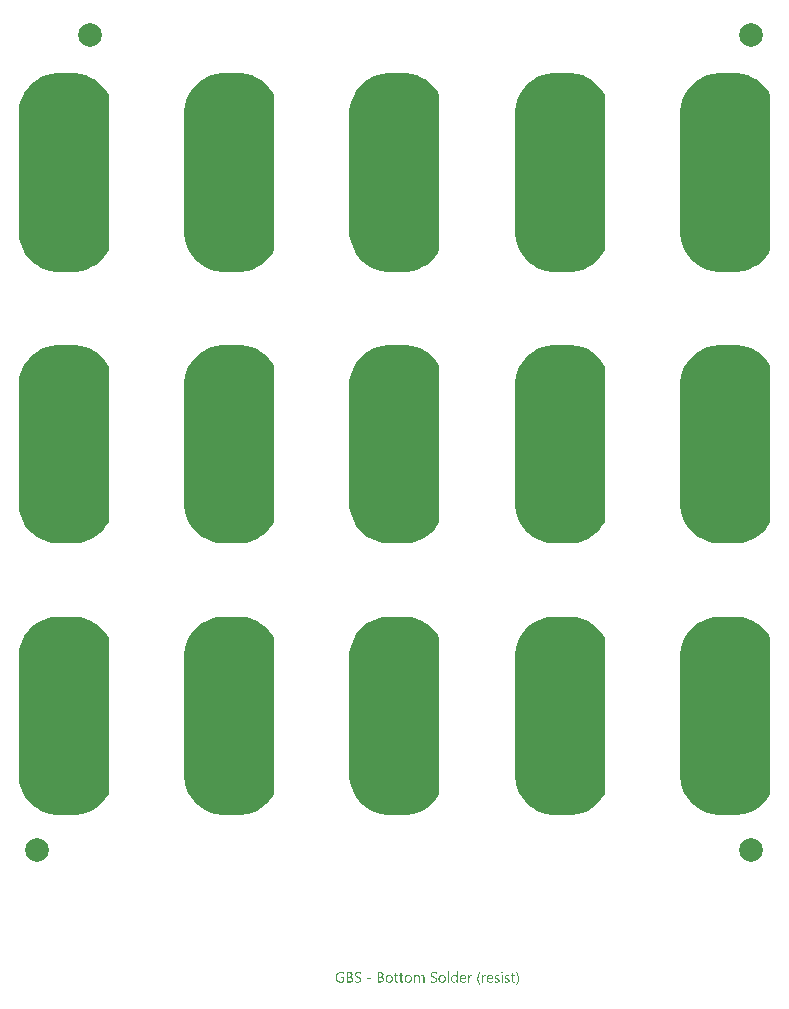
<source format=gbs>
G04*
G04 #@! TF.GenerationSoftware,Altium Limited,Altium Designer,22.11.1 (43)*
G04*
G04 Layer_Color=16711935*
%FSLAX44Y44*%
%MOMM*%
G71*
G04*
G04 #@! TF.SameCoordinates,A5472EDE-B7E4-43DC-9BD9-ACA13087276E*
G04*
G04*
G04 #@! TF.FilePolarity,Negative*
G04*
G01*
G75*
%ADD13C,0.5000*%
%ADD17C,0.3500*%
%ADD22C,2.0000*%
%ADD23C,1.0000*%
%ADD24C,5.6000*%
G36*
X656003Y698000D02*
X658303Y698000D01*
X662862Y697380D01*
X667295Y696152D01*
X671523Y694338D01*
X675468Y691971D01*
X679058Y689095D01*
X682228Y685760D01*
X684920Y682030D01*
X686003Y680000D01*
X686003Y680000D01*
X686003Y548000D01*
X684920Y545970D01*
X682228Y542240D01*
X679058Y538906D01*
X675468Y536029D01*
X671523Y533662D01*
X667295Y531848D01*
X662862Y530620D01*
X658303Y530000D01*
X656003Y530000D01*
X656003Y530000D01*
X644003Y530000D01*
X641774Y530000D01*
X637356Y530582D01*
X633050Y531735D01*
X628933Y533441D01*
X625073Y535670D01*
X621537Y538383D01*
X618386Y541534D01*
X615672Y545070D01*
X613444Y548930D01*
X611738Y553048D01*
X610585Y557353D01*
X610003Y561772D01*
X610003Y564000D01*
X610003Y564000D01*
X610002Y664000D01*
X610002Y666229D01*
X610584Y670648D01*
X611738Y674953D01*
X613443Y679070D01*
X615672Y682930D01*
X618385Y686466D01*
X621537Y689618D01*
X625073Y692331D01*
X628933Y694559D01*
X633050Y696265D01*
X637355Y697418D01*
X641774Y698000D01*
X644003Y698000D01*
X644003Y698000D01*
X656003Y698000D01*
X656003Y698000D02*
G37*
G36*
X516002Y698000D02*
X518303Y698000D01*
X522861Y697380D01*
X527295Y696152D01*
X531523Y694338D01*
X535468Y691971D01*
X539058Y689095D01*
X542228Y685760D01*
X544920Y682030D01*
X546002Y680000D01*
X546002Y680000D01*
X546002Y548000D01*
X544920Y545970D01*
X542228Y542240D01*
X539058Y538906D01*
X535468Y536029D01*
X531523Y533662D01*
X527295Y531848D01*
X522861Y530620D01*
X518303Y530000D01*
X516002Y530000D01*
X516002Y530000D01*
X504002Y530000D01*
X501774Y530000D01*
X497355Y530582D01*
X493050Y531735D01*
X488932Y533441D01*
X485072Y535670D01*
X481536Y538383D01*
X478385Y541534D01*
X475672Y545070D01*
X473443Y548930D01*
X471738Y553048D01*
X470584Y557353D01*
X470002Y561772D01*
X470002Y564000D01*
X470002Y564000D01*
X470002Y664000D01*
X470002Y666229D01*
X470584Y670648D01*
X471737Y674953D01*
X473443Y679070D01*
X475671Y682930D01*
X478385Y686466D01*
X481536Y689618D01*
X485072Y692331D01*
X488932Y694559D01*
X493050Y696265D01*
X497355Y697418D01*
X501774Y698000D01*
X504002Y698000D01*
X504002Y698000D01*
X516002Y698000D01*
X516002Y698000D02*
G37*
G36*
X376002Y698000D02*
X378302Y698000D01*
X382861Y697380D01*
X387294Y696152D01*
X391522Y694338D01*
X395467Y691971D01*
X399057Y689095D01*
X402227Y685760D01*
X404919Y682030D01*
X406002Y680000D01*
X406002Y680000D01*
X406002Y548000D01*
X404919Y545970D01*
X402227Y542240D01*
X399057Y538906D01*
X395467Y536029D01*
X391522Y533662D01*
X387294Y531848D01*
X382861Y530620D01*
X378302Y530000D01*
X376002Y530000D01*
X376002Y530000D01*
X364002Y530000D01*
X361773Y530000D01*
X357355Y530582D01*
X353049Y531735D01*
X348932Y533441D01*
X345072Y535670D01*
X341536Y538383D01*
X338384Y541534D01*
X335671Y545070D01*
X333443Y548930D01*
X331737Y553048D01*
X330583Y557353D01*
X330002Y561772D01*
X330002Y564000D01*
X330002Y564000D01*
X330001Y664000D01*
X330001Y666229D01*
X330583Y670648D01*
X331737Y674953D01*
X333442Y679070D01*
X335671Y682930D01*
X338384Y686466D01*
X341536Y689618D01*
X345072Y692331D01*
X348932Y694559D01*
X353049Y696265D01*
X357354Y697418D01*
X361773Y698000D01*
X364002Y698000D01*
X364002Y698000D01*
X376002Y698000D01*
X376002Y698000D02*
G37*
G36*
X236001Y698000D02*
X238302Y698000D01*
X242860Y697380D01*
X247294Y696152D01*
X251522Y694338D01*
X255466Y691971D01*
X259057Y689095D01*
X262227Y685760D01*
X264919Y682030D01*
X266001Y680000D01*
X266001Y680000D01*
X266001Y548000D01*
X264919Y545970D01*
X262227Y542240D01*
X259057Y538906D01*
X255466Y536029D01*
X251522Y533662D01*
X247294Y531848D01*
X242860Y530620D01*
X238302Y530000D01*
X236001Y530000D01*
X236001Y530000D01*
X224001Y530000D01*
X221773Y530000D01*
X217354Y530582D01*
X213049Y531735D01*
X208931Y533441D01*
X205071Y535670D01*
X201535Y538383D01*
X198384Y541534D01*
X195671Y545070D01*
X193442Y548930D01*
X191737Y553048D01*
X190583Y557353D01*
X190001Y561772D01*
X190001Y564000D01*
X190001Y564000D01*
X190001Y664000D01*
X190001Y666229D01*
X190582Y670648D01*
X191736Y674953D01*
X193442Y679070D01*
X195670Y682930D01*
X198384Y686466D01*
X201535Y689618D01*
X205071Y692331D01*
X208931Y694559D01*
X213049Y696265D01*
X217354Y697418D01*
X221773Y698000D01*
X224001Y698000D01*
X224001Y698000D01*
X236001Y698000D01*
X236001Y698000D02*
G37*
G36*
X96001Y698000D02*
X98301Y698000D01*
X102860Y697380D01*
X107293Y696152D01*
X111521Y694338D01*
X115466Y691971D01*
X119056Y689095D01*
X122226Y685760D01*
X124918Y682030D01*
X126001Y680000D01*
X126001Y680000D01*
X126001Y548000D01*
X124918Y545970D01*
X122226Y542240D01*
X119056Y538906D01*
X115466Y536029D01*
X111521Y533662D01*
X107293Y531848D01*
X102860Y530620D01*
X98301Y530000D01*
X96001Y530000D01*
X96001Y530000D01*
X84001Y530000D01*
X81772Y530000D01*
X77353Y530582D01*
X73048Y531735D01*
X68931Y533441D01*
X65071Y535670D01*
X61535Y538383D01*
X58383Y541534D01*
X55670Y545070D01*
X53442Y548930D01*
X51736Y553048D01*
X50582Y557353D01*
X50001Y561772D01*
X50001Y564000D01*
X50001Y564000D01*
X50000Y664000D01*
X50000Y666229D01*
X50582Y670648D01*
X51736Y674953D01*
X53441Y679070D01*
X55670Y682930D01*
X58383Y686466D01*
X61535Y689618D01*
X65071Y692331D01*
X68930Y694559D01*
X73048Y696265D01*
X77353Y697418D01*
X81772Y698000D01*
X84001Y698000D01*
X84001Y698000D01*
X96001Y698000D01*
X96001Y698000D02*
G37*
G36*
X656003Y468000D02*
X658303Y468000D01*
X662862Y467380D01*
X667295Y466152D01*
X671523Y464338D01*
X675468Y461971D01*
X679058Y459095D01*
X682228Y455760D01*
X684920Y452030D01*
X686003Y450000D01*
X686003Y450000D01*
X686003Y318000D01*
X684920Y315970D01*
X682228Y312240D01*
X679058Y308906D01*
X675468Y306029D01*
X671523Y303662D01*
X667295Y301848D01*
X662862Y300620D01*
X658303Y300000D01*
X656003Y300000D01*
X656003Y300000D01*
X644003Y300000D01*
X641774Y300000D01*
X637356Y300582D01*
X633050Y301735D01*
X628933Y303441D01*
X625073Y305669D01*
X621537Y308383D01*
X618386Y311534D01*
X615672Y315070D01*
X613444Y318930D01*
X611738Y323048D01*
X610585Y327353D01*
X610003Y331772D01*
X610003Y334000D01*
X610003Y334000D01*
X610002Y434000D01*
X610002Y436229D01*
X610584Y440647D01*
X611738Y444953D01*
X613443Y449070D01*
X615672Y452930D01*
X618385Y456466D01*
X621537Y459618D01*
X625073Y462331D01*
X628933Y464559D01*
X633050Y466265D01*
X637355Y467418D01*
X641774Y468000D01*
X644003Y468000D01*
X644003Y468000D01*
X656003Y468000D01*
X656003Y468000D02*
G37*
G36*
X516002Y468000D02*
X518303Y468000D01*
X522861Y467380D01*
X527295Y466152D01*
X531523Y464338D01*
X535468Y461971D01*
X539058Y459095D01*
X542228Y455760D01*
X544920Y452030D01*
X546002Y450000D01*
X546002Y450000D01*
X546002Y318000D01*
X544920Y315970D01*
X542228Y312240D01*
X539058Y308906D01*
X535468Y306029D01*
X531523Y303662D01*
X527295Y301848D01*
X522861Y300620D01*
X518303Y300000D01*
X516002Y300000D01*
X516002Y300000D01*
X504002Y300000D01*
X501774Y300000D01*
X497355Y300582D01*
X493050Y301735D01*
X488932Y303441D01*
X485072Y305669D01*
X481536Y308383D01*
X478385Y311534D01*
X475672Y315070D01*
X473443Y318930D01*
X471738Y323048D01*
X470584Y327353D01*
X470002Y331772D01*
X470002Y334000D01*
X470002Y334000D01*
X470002Y434000D01*
X470002Y436229D01*
X470584Y440647D01*
X471737Y444953D01*
X473443Y449070D01*
X475671Y452930D01*
X478385Y456466D01*
X481536Y459618D01*
X485072Y462331D01*
X488932Y464559D01*
X493050Y466265D01*
X497355Y467418D01*
X501774Y468000D01*
X504002Y468000D01*
X504002Y468000D01*
X516002Y468000D01*
X516002Y468000D02*
G37*
G36*
X376002Y468000D02*
X378302Y468000D01*
X382861Y467380D01*
X387294Y466152D01*
X391522Y464338D01*
X395467Y461971D01*
X399057Y459095D01*
X402227Y455760D01*
X404919Y452030D01*
X406002Y450000D01*
X406002Y450000D01*
X406002Y318000D01*
X404919Y315970D01*
X402227Y312240D01*
X399057Y308906D01*
X395467Y306029D01*
X391522Y303662D01*
X387294Y301848D01*
X382861Y300620D01*
X378302Y300000D01*
X376002Y300000D01*
X376002Y300000D01*
X364002Y300000D01*
X361773Y300000D01*
X357355Y300582D01*
X353049Y301735D01*
X348932Y303441D01*
X345072Y305669D01*
X341536Y308383D01*
X338384Y311534D01*
X335671Y315070D01*
X333443Y318930D01*
X331737Y323048D01*
X330583Y327353D01*
X330002Y331772D01*
X330002Y334000D01*
X330002Y334000D01*
X330001Y434000D01*
X330001Y436229D01*
X330583Y440647D01*
X331737Y444953D01*
X333442Y449070D01*
X335671Y452930D01*
X338384Y456466D01*
X341536Y459618D01*
X345072Y462331D01*
X348932Y464559D01*
X353049Y466265D01*
X357354Y467418D01*
X361773Y468000D01*
X364002Y468000D01*
X364002Y468000D01*
X376002Y468000D01*
X376002Y468000D02*
G37*
G36*
X236001Y468000D02*
X238302Y468000D01*
X242860Y467380D01*
X247294Y466152D01*
X251522Y464338D01*
X255466Y461971D01*
X259057Y459095D01*
X262227Y455760D01*
X264919Y452030D01*
X266001Y450000D01*
X266001Y450000D01*
X266001Y318000D01*
X264919Y315970D01*
X262227Y312240D01*
X259057Y308906D01*
X255466Y306029D01*
X251522Y303662D01*
X247294Y301848D01*
X242860Y300620D01*
X238302Y300000D01*
X236001Y300000D01*
X236001Y300000D01*
X224001Y300000D01*
X221773Y300000D01*
X217354Y300582D01*
X213049Y301735D01*
X208931Y303441D01*
X205071Y305669D01*
X201535Y308383D01*
X198384Y311534D01*
X195671Y315070D01*
X193442Y318930D01*
X191737Y323048D01*
X190583Y327353D01*
X190001Y331772D01*
X190001Y334000D01*
X190001Y334000D01*
X190001Y434000D01*
X190001Y436229D01*
X190582Y440647D01*
X191736Y444953D01*
X193442Y449070D01*
X195670Y452930D01*
X198384Y456466D01*
X201535Y459618D01*
X205071Y462331D01*
X208931Y464559D01*
X213049Y466265D01*
X217354Y467418D01*
X221773Y468000D01*
X224001Y468000D01*
X224001Y468000D01*
X236001Y468000D01*
X236001Y468000D02*
G37*
G36*
X96001Y468000D02*
X98301Y468000D01*
X102860Y467380D01*
X107293Y466152D01*
X111521Y464338D01*
X115466Y461971D01*
X119056Y459095D01*
X122226Y455760D01*
X124918Y452030D01*
X126001Y450000D01*
X126001Y450000D01*
X126001Y318000D01*
X124918Y315970D01*
X122226Y312240D01*
X119056Y308906D01*
X115466Y306029D01*
X111521Y303662D01*
X107293Y301848D01*
X102860Y300620D01*
X98301Y300000D01*
X96001Y300000D01*
X96001Y300000D01*
X84001Y300000D01*
X81772Y300000D01*
X77353Y300582D01*
X73048Y301735D01*
X68931Y303441D01*
X65071Y305669D01*
X61535Y308383D01*
X58383Y311534D01*
X55670Y315070D01*
X53442Y318930D01*
X51736Y323048D01*
X50582Y327353D01*
X50001Y331772D01*
X50001Y334000D01*
X50001Y334000D01*
X50000Y434000D01*
X50000Y436229D01*
X50582Y440647D01*
X51736Y444953D01*
X53441Y449070D01*
X55670Y452930D01*
X58383Y456466D01*
X61535Y459618D01*
X65071Y462331D01*
X68930Y464559D01*
X73048Y466265D01*
X77353Y467418D01*
X81772Y468000D01*
X84001Y468000D01*
X84001Y468000D01*
X96001Y468000D01*
X96001Y468000D02*
G37*
G36*
X656003Y238000D02*
X658303Y238000D01*
X662862Y237380D01*
X667295Y236152D01*
X671523Y234338D01*
X675468Y231971D01*
X679058Y229095D01*
X682228Y225760D01*
X684920Y222030D01*
X686003Y220000D01*
X686003Y220000D01*
X686003Y88000D01*
X684920Y85970D01*
X682228Y82240D01*
X679058Y78906D01*
X675468Y76029D01*
X671523Y73662D01*
X667295Y71848D01*
X662862Y70620D01*
X658303Y70000D01*
X656003Y70000D01*
X656003Y70000D01*
X644003Y70000D01*
X641774Y70000D01*
X637356Y70582D01*
X633050Y71735D01*
X628933Y73441D01*
X625073Y75669D01*
X621537Y78383D01*
X618386Y81534D01*
X615672Y85070D01*
X613444Y88930D01*
X611738Y93048D01*
X610585Y97353D01*
X610003Y101772D01*
X610003Y104000D01*
X610003Y104000D01*
X610002Y204000D01*
X610002Y206229D01*
X610584Y210647D01*
X611738Y214953D01*
X613443Y219070D01*
X615672Y222930D01*
X618385Y226466D01*
X621537Y229618D01*
X625073Y232331D01*
X628933Y234559D01*
X633050Y236265D01*
X637355Y237418D01*
X641774Y238000D01*
X644003Y238000D01*
X644003Y238000D01*
X656003Y238000D01*
X656003Y238000D02*
G37*
G36*
X516002Y238000D02*
X518303Y238000D01*
X522861Y237380D01*
X527295Y236152D01*
X531523Y234338D01*
X535468Y231971D01*
X539058Y229095D01*
X542228Y225760D01*
X544920Y222030D01*
X546002Y220000D01*
X546002Y220000D01*
X546002Y88000D01*
X544920Y85970D01*
X542228Y82240D01*
X539058Y78906D01*
X535468Y76029D01*
X531523Y73662D01*
X527295Y71848D01*
X522861Y70620D01*
X518303Y70000D01*
X516002Y70000D01*
X516002Y70000D01*
X504002Y70000D01*
X501774Y70000D01*
X497355Y70582D01*
X493050Y71735D01*
X488932Y73441D01*
X485072Y75669D01*
X481536Y78383D01*
X478385Y81534D01*
X475672Y85070D01*
X473443Y88930D01*
X471738Y93048D01*
X470584Y97353D01*
X470002Y101772D01*
X470002Y104000D01*
X470002Y104000D01*
X470002Y204000D01*
X470002Y206229D01*
X470584Y210647D01*
X471737Y214953D01*
X473443Y219070D01*
X475671Y222930D01*
X478385Y226466D01*
X481536Y229618D01*
X485072Y232331D01*
X488932Y234559D01*
X493050Y236265D01*
X497355Y237418D01*
X501774Y238000D01*
X504002Y238000D01*
X504002Y238000D01*
X516002Y238000D01*
X516002Y238000D02*
G37*
G36*
X376002Y238000D02*
X378302Y238000D01*
X382861Y237380D01*
X387294Y236152D01*
X391522Y234338D01*
X395467Y231971D01*
X399057Y229095D01*
X402227Y225760D01*
X404919Y222030D01*
X406002Y220000D01*
X406002Y220000D01*
X406002Y88000D01*
X404919Y85970D01*
X402227Y82240D01*
X399057Y78906D01*
X395467Y76029D01*
X391522Y73662D01*
X387294Y71848D01*
X382861Y70620D01*
X378302Y70000D01*
X376002Y70000D01*
X376002Y70000D01*
X364002Y70000D01*
X361773Y70000D01*
X357355Y70582D01*
X353049Y71735D01*
X348932Y73441D01*
X345072Y75669D01*
X341536Y78383D01*
X338384Y81534D01*
X335671Y85070D01*
X333443Y88930D01*
X331737Y93048D01*
X330583Y97353D01*
X330002Y101772D01*
X330002Y104000D01*
X330002Y104000D01*
X330001Y204000D01*
X330001Y206229D01*
X330583Y210647D01*
X331737Y214953D01*
X333442Y219070D01*
X335671Y222930D01*
X338384Y226466D01*
X341536Y229618D01*
X345072Y232331D01*
X348932Y234559D01*
X353049Y236265D01*
X357354Y237418D01*
X361773Y238000D01*
X364002Y238000D01*
X364002Y238000D01*
X376002Y238000D01*
X376002Y238000D02*
G37*
G36*
X236001Y238000D02*
X238302Y238000D01*
X242860Y237380D01*
X247294Y236152D01*
X251522Y234338D01*
X255466Y231971D01*
X259057Y229095D01*
X262227Y225760D01*
X264919Y222030D01*
X266001Y220000D01*
X266001Y220000D01*
X266001Y88000D01*
X264919Y85970D01*
X262227Y82240D01*
X259057Y78906D01*
X255466Y76029D01*
X251522Y73662D01*
X247294Y71848D01*
X242860Y70620D01*
X238302Y70000D01*
X236001Y70000D01*
X236001Y70000D01*
X224001Y70000D01*
X221773Y70000D01*
X217354Y70582D01*
X213049Y71735D01*
X208931Y73441D01*
X205071Y75669D01*
X201535Y78383D01*
X198384Y81534D01*
X195671Y85070D01*
X193442Y88930D01*
X191737Y93048D01*
X190583Y97353D01*
X190001Y101772D01*
X190001Y104000D01*
X190001Y104000D01*
X190001Y204000D01*
X190001Y206229D01*
X190582Y210647D01*
X191736Y214953D01*
X193442Y219070D01*
X195670Y222930D01*
X198384Y226466D01*
X201535Y229618D01*
X205071Y232331D01*
X208931Y234559D01*
X213049Y236265D01*
X217354Y237418D01*
X221773Y238000D01*
X224001Y238000D01*
X224001Y238000D01*
X236001Y238000D01*
X236001Y238000D02*
G37*
G36*
X96001Y238000D02*
X98301Y238000D01*
X102860Y237380D01*
X107293Y236152D01*
X111521Y234338D01*
X115466Y231971D01*
X119056Y229095D01*
X122226Y225760D01*
X124918Y222030D01*
X126001Y220000D01*
X126001Y220000D01*
X126001Y88000D01*
X124918Y85970D01*
X122226Y82240D01*
X119056Y78906D01*
X115466Y76029D01*
X111521Y73662D01*
X107293Y71848D01*
X102860Y70620D01*
X98301Y70000D01*
X96001Y70000D01*
X96001Y70000D01*
X84001Y70000D01*
X81772Y70000D01*
X77353Y70582D01*
X73048Y71735D01*
X68931Y73441D01*
X65071Y75669D01*
X61535Y78383D01*
X58383Y81534D01*
X55670Y85070D01*
X53442Y88930D01*
X51736Y93048D01*
X50582Y97353D01*
X50001Y101772D01*
X50001Y104000D01*
X50001Y104000D01*
X50000Y204000D01*
X50000Y206229D01*
X50582Y210647D01*
X51736Y214953D01*
X53441Y219070D01*
X55670Y222930D01*
X58383Y226466D01*
X61535Y229618D01*
X65071Y232331D01*
X68930Y234559D01*
X73048Y236265D01*
X77353Y237418D01*
X81772Y238000D01*
X84001Y238000D01*
X84001Y238000D01*
X96001Y238000D01*
X96001Y238000D02*
G37*
G36*
X459372Y-62558D02*
X459443Y-62574D01*
X459513Y-62598D01*
X459592Y-62637D01*
X459670Y-62684D01*
X459749Y-62747D01*
X459757Y-62755D01*
X459780Y-62778D01*
X459812Y-62818D01*
X459851Y-62873D01*
X459882Y-62943D01*
X459914Y-63022D01*
X459937Y-63116D01*
X459945Y-63218D01*
X459945Y-63233D01*
X459945Y-63265D01*
X459937Y-63312D01*
X459921Y-63383D01*
X459898Y-63453D01*
X459859Y-63532D01*
X459812Y-63610D01*
X459749Y-63689D01*
X459741Y-63697D01*
X459717Y-63720D01*
X459670Y-63752D01*
X459615Y-63783D01*
X459545Y-63814D01*
X459466Y-63846D01*
X459380Y-63869D01*
X459278Y-63877D01*
X459231Y-63877D01*
X459184Y-63869D01*
X459113Y-63854D01*
X459043Y-63830D01*
X458964Y-63799D01*
X458885Y-63759D01*
X458807Y-63697D01*
X458799Y-63689D01*
X458776Y-63665D01*
X458744Y-63618D01*
X458713Y-63563D01*
X458681Y-63500D01*
X458650Y-63414D01*
X458627Y-63320D01*
X458619Y-63218D01*
X458619Y-63202D01*
X458619Y-63171D01*
X458627Y-63116D01*
X458642Y-63053D01*
X458666Y-62975D01*
X458697Y-62896D01*
X458744Y-62818D01*
X458807Y-62747D01*
X458815Y-62739D01*
X458838Y-62716D01*
X458885Y-62684D01*
X458941Y-62645D01*
X459011Y-62614D01*
X459090Y-62582D01*
X459176Y-62558D01*
X459278Y-62551D01*
X459325Y-62551D01*
X459372Y-62558D01*
X459372Y-62558D02*
G37*
G36*
X402022Y-62802D02*
X402132Y-62802D01*
X402258Y-62810D01*
X402399Y-62818D01*
X402548Y-62833D01*
X402862Y-62873D01*
X403176Y-62927D01*
X403333Y-62967D01*
X403474Y-63006D01*
X403616Y-63061D01*
X403733Y-63116D01*
X403733Y-64293D01*
X403726Y-64285D01*
X403694Y-64269D01*
X403655Y-64246D01*
X403592Y-64207D01*
X403514Y-64167D01*
X403419Y-64120D01*
X403310Y-64065D01*
X403184Y-64018D01*
X403043Y-63963D01*
X402886Y-63916D01*
X402721Y-63869D01*
X402540Y-63830D01*
X402352Y-63791D01*
X402148Y-63767D01*
X401928Y-63752D01*
X401701Y-63744D01*
X401575Y-63744D01*
X401489Y-63752D01*
X401387Y-63759D01*
X401269Y-63775D01*
X401143Y-63791D01*
X401018Y-63814D01*
X401002Y-63814D01*
X400963Y-63830D01*
X400900Y-63846D01*
X400814Y-63869D01*
X400719Y-63901D01*
X400617Y-63940D01*
X400508Y-63995D01*
X400406Y-64050D01*
X400398Y-64058D01*
X400359Y-64081D01*
X400311Y-64113D01*
X400249Y-64160D01*
X400186Y-64222D01*
X400107Y-64293D01*
X400037Y-64372D01*
X399974Y-64466D01*
X399966Y-64474D01*
X399950Y-64513D01*
X399919Y-64568D01*
X399895Y-64638D01*
X399864Y-64725D01*
X399833Y-64835D01*
X399817Y-64952D01*
X399809Y-65086D01*
X399809Y-65101D01*
X399809Y-65141D01*
X399817Y-65211D01*
X399825Y-65290D01*
X399841Y-65384D01*
X399864Y-65486D01*
X399895Y-65588D01*
X399935Y-65682D01*
X399943Y-65690D01*
X399958Y-65722D01*
X399990Y-65769D01*
X400029Y-65831D01*
X400084Y-65902D01*
X400147Y-65981D01*
X400225Y-66059D01*
X400311Y-66137D01*
X400319Y-66145D01*
X400359Y-66169D01*
X400413Y-66216D01*
X400484Y-66263D01*
X400570Y-66326D01*
X400672Y-66389D01*
X400790Y-66467D01*
X400916Y-66538D01*
X400924Y-66538D01*
X400932Y-66546D01*
X400979Y-66569D01*
X401057Y-66608D01*
X401151Y-66663D01*
X401277Y-66718D01*
X401418Y-66789D01*
X401575Y-66867D01*
X401740Y-66954D01*
X401748Y-66954D01*
X401763Y-66962D01*
X401787Y-66977D01*
X401818Y-66993D01*
X401865Y-67017D01*
X401912Y-67040D01*
X402030Y-67103D01*
X402172Y-67181D01*
X402328Y-67268D01*
X402486Y-67354D01*
X402650Y-67456D01*
X402658Y-67456D01*
X402666Y-67464D01*
X402690Y-67480D01*
X402721Y-67503D01*
X402807Y-67558D01*
X402909Y-67629D01*
X403027Y-67715D01*
X403153Y-67809D01*
X403278Y-67919D01*
X403404Y-68037D01*
X403419Y-68053D01*
X403459Y-68092D01*
X403514Y-68155D01*
X403592Y-68241D01*
X403671Y-68343D01*
X403757Y-68461D01*
X403835Y-68594D01*
X403914Y-68735D01*
X403914Y-68743D01*
X403922Y-68751D01*
X403930Y-68775D01*
X403945Y-68806D01*
X403977Y-68885D01*
X404016Y-68987D01*
X404047Y-69120D01*
X404079Y-69269D01*
X404102Y-69434D01*
X404110Y-69614D01*
X404110Y-69622D01*
X404110Y-69646D01*
X404110Y-69677D01*
X404110Y-69724D01*
X404102Y-69779D01*
X404094Y-69850D01*
X404087Y-69921D01*
X404079Y-69999D01*
X404047Y-70180D01*
X404000Y-70368D01*
X403937Y-70556D01*
X403851Y-70737D01*
X403851Y-70745D01*
X403843Y-70760D01*
X403828Y-70784D01*
X403804Y-70815D01*
X403749Y-70894D01*
X403671Y-71004D01*
X403569Y-71121D01*
X403451Y-71247D01*
X403310Y-71365D01*
X403153Y-71482D01*
X403145Y-71482D01*
X403129Y-71498D01*
X403106Y-71506D01*
X403074Y-71529D01*
X403035Y-71553D01*
X402980Y-71577D01*
X402862Y-71639D01*
X402713Y-71702D01*
X402540Y-71773D01*
X402352Y-71836D01*
X402140Y-71891D01*
X402132Y-71891D01*
X402117Y-71898D01*
X402085Y-71898D01*
X402038Y-71906D01*
X401991Y-71922D01*
X401928Y-71930D01*
X401858Y-71938D01*
X401771Y-71953D01*
X401591Y-71977D01*
X401387Y-71993D01*
X401167Y-72008D01*
X400932Y-72016D01*
X400845Y-72016D01*
X400790Y-72008D01*
X400712Y-72008D01*
X400617Y-72000D01*
X400516Y-71993D01*
X400406Y-71977D01*
X400390Y-71977D01*
X400351Y-71969D01*
X400288Y-71961D01*
X400209Y-71953D01*
X400115Y-71938D01*
X400005Y-71922D01*
X399895Y-71906D01*
X399770Y-71883D01*
X399754Y-71883D01*
X399715Y-71875D01*
X399652Y-71859D01*
X399574Y-71836D01*
X399479Y-71820D01*
X399377Y-71789D01*
X399158Y-71726D01*
X399142Y-71718D01*
X399111Y-71710D01*
X399056Y-71686D01*
X398993Y-71663D01*
X398922Y-71631D01*
X398844Y-71592D01*
X398765Y-71553D01*
X398695Y-71506D01*
X398695Y-70274D01*
X398703Y-70282D01*
X398734Y-70305D01*
X398781Y-70344D01*
X398836Y-70384D01*
X398914Y-70438D01*
X399001Y-70493D01*
X399095Y-70556D01*
X399205Y-70611D01*
X399221Y-70619D01*
X399260Y-70635D01*
X399315Y-70666D01*
X399393Y-70697D01*
X399487Y-70737D01*
X399589Y-70784D01*
X399707Y-70831D01*
X399825Y-70870D01*
X399841Y-70878D01*
X399880Y-70886D01*
X399950Y-70902D01*
X400029Y-70925D01*
X400131Y-70957D01*
X400241Y-70980D01*
X400484Y-71027D01*
X400500Y-71027D01*
X400539Y-71035D01*
X400602Y-71043D01*
X400688Y-71051D01*
X400782Y-71066D01*
X400884Y-71074D01*
X401096Y-71082D01*
X401190Y-71082D01*
X401253Y-71074D01*
X401332Y-71074D01*
X401426Y-71066D01*
X401528Y-71051D01*
X401638Y-71035D01*
X401873Y-70996D01*
X402109Y-70933D01*
X402336Y-70847D01*
X402438Y-70792D01*
X402533Y-70729D01*
X402540Y-70721D01*
X402556Y-70713D01*
X402580Y-70690D01*
X402611Y-70658D01*
X402643Y-70627D01*
X402682Y-70580D01*
X402729Y-70525D01*
X402776Y-70462D01*
X402815Y-70391D01*
X402862Y-70321D01*
X402941Y-70140D01*
X402964Y-70038D01*
X402988Y-69928D01*
X403004Y-69819D01*
X403011Y-69693D01*
X403011Y-69685D01*
X403011Y-69677D01*
X403011Y-69630D01*
X403004Y-69567D01*
X402996Y-69481D01*
X402972Y-69379D01*
X402948Y-69277D01*
X402909Y-69167D01*
X402854Y-69065D01*
X402846Y-69049D01*
X402823Y-69018D01*
X402792Y-68971D01*
X402744Y-68900D01*
X402682Y-68830D01*
X402603Y-68743D01*
X402517Y-68665D01*
X402415Y-68578D01*
X402399Y-68571D01*
X402368Y-68539D01*
X402305Y-68492D01*
X402226Y-68437D01*
X402124Y-68374D01*
X402015Y-68304D01*
X401889Y-68225D01*
X401748Y-68155D01*
X401740Y-68155D01*
X401732Y-68147D01*
X401708Y-68131D01*
X401685Y-68115D01*
X401606Y-68076D01*
X401504Y-68021D01*
X401379Y-67958D01*
X401238Y-67888D01*
X401088Y-67809D01*
X400924Y-67723D01*
X400916Y-67723D01*
X400900Y-67715D01*
X400877Y-67699D01*
X400845Y-67684D01*
X400759Y-67637D01*
X400641Y-67574D01*
X400508Y-67503D01*
X400359Y-67425D01*
X400052Y-67244D01*
X400045Y-67244D01*
X400037Y-67236D01*
X400013Y-67221D01*
X399982Y-67205D01*
X399911Y-67150D01*
X399817Y-67087D01*
X399707Y-67009D01*
X399589Y-66915D01*
X399472Y-66820D01*
X399354Y-66710D01*
X399338Y-66695D01*
X399307Y-66656D01*
X399252Y-66601D01*
X399181Y-66522D01*
X399111Y-66420D01*
X399032Y-66310D01*
X398954Y-66185D01*
X398883Y-66051D01*
X398883Y-66043D01*
X398875Y-66035D01*
X398867Y-66012D01*
X398859Y-65981D01*
X398828Y-65902D01*
X398797Y-65800D01*
X398765Y-65674D01*
X398734Y-65525D01*
X398718Y-65360D01*
X398710Y-65180D01*
X398710Y-65172D01*
X398710Y-65156D01*
X398710Y-65117D01*
X398718Y-65078D01*
X398718Y-65023D01*
X398726Y-64960D01*
X398742Y-64819D01*
X398773Y-64654D01*
X398820Y-64474D01*
X398891Y-64293D01*
X398977Y-64120D01*
X398977Y-64113D01*
X398993Y-64097D01*
X399008Y-64073D01*
X399024Y-64042D01*
X399087Y-63963D01*
X399165Y-63854D01*
X399268Y-63736D01*
X399385Y-63610D01*
X399519Y-63492D01*
X399676Y-63375D01*
X399683Y-63375D01*
X399699Y-63359D01*
X399723Y-63343D01*
X399754Y-63328D01*
X399793Y-63304D01*
X399841Y-63273D01*
X399966Y-63210D01*
X400115Y-63139D01*
X400280Y-63069D01*
X400468Y-62998D01*
X400672Y-62943D01*
X400680Y-62943D01*
X400696Y-62935D01*
X400727Y-62927D01*
X400767Y-62920D01*
X400822Y-62912D01*
X400877Y-62896D01*
X400947Y-62880D01*
X401026Y-62865D01*
X401198Y-62841D01*
X401387Y-62818D01*
X401599Y-62802D01*
X401810Y-62794D01*
X401936Y-62794D01*
X402022Y-62802D01*
X402022Y-62802D02*
G37*
G36*
X337813Y-62802D02*
X337923Y-62802D01*
X338049Y-62810D01*
X338190Y-62818D01*
X338339Y-62833D01*
X338653Y-62873D01*
X338967Y-62927D01*
X339124Y-62967D01*
X339265Y-63006D01*
X339406Y-63061D01*
X339524Y-63116D01*
X339524Y-64293D01*
X339516Y-64285D01*
X339485Y-64269D01*
X339445Y-64246D01*
X339383Y-64207D01*
X339304Y-64167D01*
X339210Y-64120D01*
X339100Y-64065D01*
X338975Y-64018D01*
X338833Y-63963D01*
X338676Y-63916D01*
X338512Y-63869D01*
X338331Y-63830D01*
X338143Y-63791D01*
X337939Y-63767D01*
X337719Y-63752D01*
X337491Y-63744D01*
X337366Y-63744D01*
X337279Y-63752D01*
X337177Y-63759D01*
X337060Y-63775D01*
X336934Y-63791D01*
X336808Y-63814D01*
X336793Y-63814D01*
X336754Y-63830D01*
X336691Y-63846D01*
X336604Y-63869D01*
X336510Y-63901D01*
X336408Y-63940D01*
X336298Y-63995D01*
X336196Y-64050D01*
X336188Y-64058D01*
X336149Y-64081D01*
X336102Y-64113D01*
X336039Y-64160D01*
X335976Y-64222D01*
X335898Y-64293D01*
X335827Y-64372D01*
X335765Y-64466D01*
X335757Y-64474D01*
X335741Y-64513D01*
X335710Y-64568D01*
X335686Y-64638D01*
X335655Y-64725D01*
X335623Y-64835D01*
X335608Y-64952D01*
X335600Y-65086D01*
X335600Y-65101D01*
X335600Y-65141D01*
X335608Y-65211D01*
X335615Y-65290D01*
X335631Y-65384D01*
X335655Y-65486D01*
X335686Y-65588D01*
X335725Y-65682D01*
X335733Y-65690D01*
X335749Y-65722D01*
X335780Y-65769D01*
X335820Y-65831D01*
X335874Y-65902D01*
X335937Y-65981D01*
X336016Y-66059D01*
X336102Y-66137D01*
X336110Y-66145D01*
X336149Y-66169D01*
X336204Y-66216D01*
X336275Y-66263D01*
X336361Y-66326D01*
X336463Y-66389D01*
X336581Y-66467D01*
X336706Y-66538D01*
X336714Y-66538D01*
X336722Y-66546D01*
X336769Y-66569D01*
X336848Y-66608D01*
X336942Y-66663D01*
X337067Y-66718D01*
X337209Y-66789D01*
X337366Y-66867D01*
X337531Y-66954D01*
X337538Y-66954D01*
X337554Y-66962D01*
X337578Y-66977D01*
X337609Y-66993D01*
X337656Y-67017D01*
X337703Y-67040D01*
X337821Y-67103D01*
X337962Y-67181D01*
X338119Y-67268D01*
X338276Y-67354D01*
X338441Y-67456D01*
X338449Y-67456D01*
X338457Y-67464D01*
X338480Y-67480D01*
X338512Y-67503D01*
X338598Y-67558D01*
X338700Y-67629D01*
X338818Y-67715D01*
X338943Y-67809D01*
X339069Y-67919D01*
X339194Y-68037D01*
X339210Y-68053D01*
X339249Y-68092D01*
X339304Y-68155D01*
X339383Y-68241D01*
X339461Y-68343D01*
X339548Y-68461D01*
X339626Y-68594D01*
X339705Y-68735D01*
X339705Y-68743D01*
X339712Y-68751D01*
X339720Y-68775D01*
X339736Y-68806D01*
X339767Y-68885D01*
X339807Y-68987D01*
X339838Y-69120D01*
X339869Y-69269D01*
X339893Y-69434D01*
X339901Y-69614D01*
X339901Y-69622D01*
X339901Y-69646D01*
X339901Y-69677D01*
X339901Y-69724D01*
X339893Y-69779D01*
X339885Y-69850D01*
X339877Y-69921D01*
X339869Y-69999D01*
X339838Y-70180D01*
X339791Y-70368D01*
X339728Y-70556D01*
X339642Y-70737D01*
X339642Y-70745D01*
X339634Y-70760D01*
X339618Y-70784D01*
X339595Y-70815D01*
X339540Y-70894D01*
X339461Y-71004D01*
X339359Y-71121D01*
X339241Y-71247D01*
X339100Y-71365D01*
X338943Y-71482D01*
X338935Y-71482D01*
X338920Y-71498D01*
X338896Y-71506D01*
X338865Y-71529D01*
X338825Y-71553D01*
X338770Y-71577D01*
X338653Y-71639D01*
X338504Y-71702D01*
X338331Y-71773D01*
X338143Y-71836D01*
X337931Y-71891D01*
X337923Y-71891D01*
X337907Y-71898D01*
X337876Y-71898D01*
X337829Y-71906D01*
X337782Y-71922D01*
X337719Y-71930D01*
X337648Y-71938D01*
X337562Y-71953D01*
X337381Y-71977D01*
X337177Y-71993D01*
X336958Y-72008D01*
X336722Y-72016D01*
X336636Y-72016D01*
X336581Y-72008D01*
X336502Y-72008D01*
X336408Y-72000D01*
X336306Y-71993D01*
X336196Y-71977D01*
X336180Y-71977D01*
X336141Y-71969D01*
X336078Y-71961D01*
X336000Y-71953D01*
X335906Y-71938D01*
X335796Y-71922D01*
X335686Y-71906D01*
X335560Y-71883D01*
X335545Y-71883D01*
X335505Y-71875D01*
X335443Y-71859D01*
X335364Y-71836D01*
X335270Y-71820D01*
X335168Y-71789D01*
X334948Y-71726D01*
X334933Y-71718D01*
X334901Y-71710D01*
X334846Y-71686D01*
X334784Y-71663D01*
X334713Y-71631D01*
X334634Y-71592D01*
X334556Y-71553D01*
X334485Y-71506D01*
X334485Y-70274D01*
X334493Y-70282D01*
X334524Y-70305D01*
X334571Y-70344D01*
X334627Y-70384D01*
X334705Y-70438D01*
X334791Y-70493D01*
X334885Y-70556D01*
X334995Y-70611D01*
X335011Y-70619D01*
X335050Y-70635D01*
X335105Y-70666D01*
X335184Y-70697D01*
X335278Y-70737D01*
X335380Y-70784D01*
X335498Y-70831D01*
X335615Y-70870D01*
X335631Y-70878D01*
X335670Y-70886D01*
X335741Y-70902D01*
X335820Y-70925D01*
X335922Y-70957D01*
X336031Y-70980D01*
X336275Y-71027D01*
X336290Y-71027D01*
X336330Y-71035D01*
X336392Y-71043D01*
X336479Y-71051D01*
X336573Y-71066D01*
X336675Y-71074D01*
X336887Y-71082D01*
X336981Y-71082D01*
X337044Y-71074D01*
X337122Y-71074D01*
X337216Y-71066D01*
X337319Y-71051D01*
X337428Y-71035D01*
X337664Y-70996D01*
X337899Y-70933D01*
X338127Y-70847D01*
X338229Y-70792D01*
X338323Y-70729D01*
X338331Y-70721D01*
X338347Y-70713D01*
X338370Y-70690D01*
X338402Y-70658D01*
X338433Y-70627D01*
X338472Y-70580D01*
X338519Y-70525D01*
X338567Y-70462D01*
X338606Y-70391D01*
X338653Y-70321D01*
X338731Y-70140D01*
X338755Y-70038D01*
X338778Y-69928D01*
X338794Y-69819D01*
X338802Y-69693D01*
X338802Y-69685D01*
X338802Y-69677D01*
X338802Y-69630D01*
X338794Y-69567D01*
X338786Y-69481D01*
X338763Y-69379D01*
X338739Y-69277D01*
X338700Y-69167D01*
X338645Y-69065D01*
X338637Y-69049D01*
X338614Y-69018D01*
X338582Y-68971D01*
X338535Y-68900D01*
X338472Y-68830D01*
X338394Y-68743D01*
X338307Y-68665D01*
X338205Y-68578D01*
X338190Y-68571D01*
X338158Y-68539D01*
X338096Y-68492D01*
X338017Y-68437D01*
X337915Y-68374D01*
X337805Y-68304D01*
X337680Y-68225D01*
X337538Y-68155D01*
X337531Y-68155D01*
X337523Y-68147D01*
X337499Y-68131D01*
X337476Y-68115D01*
X337397Y-68076D01*
X337295Y-68021D01*
X337169Y-67958D01*
X337028Y-67888D01*
X336879Y-67809D01*
X336714Y-67723D01*
X336706Y-67723D01*
X336691Y-67715D01*
X336667Y-67699D01*
X336636Y-67684D01*
X336549Y-67637D01*
X336432Y-67574D01*
X336298Y-67503D01*
X336149Y-67425D01*
X335843Y-67244D01*
X335835Y-67244D01*
X335827Y-67236D01*
X335804Y-67221D01*
X335772Y-67205D01*
X335702Y-67150D01*
X335608Y-67087D01*
X335498Y-67009D01*
X335380Y-66915D01*
X335262Y-66820D01*
X335145Y-66710D01*
X335129Y-66695D01*
X335097Y-66656D01*
X335042Y-66601D01*
X334972Y-66522D01*
X334901Y-66420D01*
X334823Y-66310D01*
X334744Y-66185D01*
X334674Y-66051D01*
X334674Y-66043D01*
X334666Y-66035D01*
X334658Y-66012D01*
X334650Y-65981D01*
X334619Y-65902D01*
X334587Y-65800D01*
X334556Y-65674D01*
X334524Y-65525D01*
X334509Y-65360D01*
X334501Y-65180D01*
X334501Y-65172D01*
X334501Y-65156D01*
X334501Y-65117D01*
X334509Y-65078D01*
X334509Y-65023D01*
X334517Y-64960D01*
X334532Y-64819D01*
X334564Y-64654D01*
X334611Y-64474D01*
X334681Y-64293D01*
X334768Y-64120D01*
X334768Y-64113D01*
X334784Y-64097D01*
X334799Y-64073D01*
X334815Y-64042D01*
X334878Y-63963D01*
X334956Y-63854D01*
X335058Y-63736D01*
X335176Y-63610D01*
X335309Y-63492D01*
X335466Y-63375D01*
X335474Y-63375D01*
X335490Y-63359D01*
X335513Y-63343D01*
X335545Y-63328D01*
X335584Y-63304D01*
X335631Y-63273D01*
X335757Y-63210D01*
X335906Y-63139D01*
X336071Y-63069D01*
X336259Y-62998D01*
X336463Y-62943D01*
X336471Y-62943D01*
X336487Y-62935D01*
X336518Y-62927D01*
X336557Y-62920D01*
X336612Y-62912D01*
X336667Y-62896D01*
X336738Y-62880D01*
X336816Y-62865D01*
X336989Y-62841D01*
X337177Y-62818D01*
X337389Y-62802D01*
X337601Y-62794D01*
X337727Y-62794D01*
X337813Y-62802D01*
X337813Y-62802D02*
G37*
G36*
X323144Y-62802D02*
X323270Y-62810D01*
X323419Y-62818D01*
X323576Y-62833D01*
X323756Y-62857D01*
X323945Y-62880D01*
X324141Y-62912D01*
X324345Y-62951D01*
X324549Y-62998D01*
X324753Y-63053D01*
X324957Y-63116D01*
X325161Y-63186D01*
X325349Y-63273D01*
X325349Y-64426D01*
X325334Y-64419D01*
X325302Y-64395D01*
X325240Y-64364D01*
X325161Y-64317D01*
X325051Y-64269D01*
X324926Y-64207D01*
X324784Y-64152D01*
X324619Y-64081D01*
X324447Y-64018D01*
X324251Y-63956D01*
X324039Y-63901D01*
X323811Y-63854D01*
X323568Y-63807D01*
X323317Y-63775D01*
X323058Y-63752D01*
X322783Y-63744D01*
X322720Y-63744D01*
X322642Y-63752D01*
X322532Y-63759D01*
X322406Y-63775D01*
X322257Y-63799D01*
X322092Y-63830D01*
X321912Y-63869D01*
X321723Y-63924D01*
X321527Y-63995D01*
X321323Y-64081D01*
X321111Y-64183D01*
X320907Y-64301D01*
X320711Y-64434D01*
X320515Y-64599D01*
X320326Y-64780D01*
X320318Y-64788D01*
X320287Y-64827D01*
X320240Y-64882D01*
X320177Y-64968D01*
X320107Y-65070D01*
X320020Y-65188D01*
X319934Y-65337D01*
X319848Y-65502D01*
X319761Y-65682D01*
X319675Y-65886D01*
X319589Y-66106D01*
X319518Y-66342D01*
X319455Y-66593D01*
X319408Y-66860D01*
X319377Y-67150D01*
X319369Y-67448D01*
X319369Y-67456D01*
X319369Y-67464D01*
X319369Y-67487D01*
X319369Y-67519D01*
X319369Y-67566D01*
X319377Y-67613D01*
X319384Y-67731D01*
X319392Y-67872D01*
X319416Y-68037D01*
X319439Y-68217D01*
X319479Y-68414D01*
X319526Y-68625D01*
X319589Y-68845D01*
X319659Y-69065D01*
X319746Y-69293D01*
X319848Y-69512D01*
X319965Y-69724D01*
X320099Y-69928D01*
X320256Y-70117D01*
X320263Y-70125D01*
X320295Y-70156D01*
X320350Y-70203D01*
X320420Y-70266D01*
X320507Y-70336D01*
X320617Y-70423D01*
X320742Y-70509D01*
X320891Y-70595D01*
X321056Y-70690D01*
X321237Y-70776D01*
X321433Y-70855D01*
X321653Y-70933D01*
X321880Y-70996D01*
X322132Y-71043D01*
X322391Y-71074D01*
X322673Y-71082D01*
X322775Y-71082D01*
X322846Y-71074D01*
X322940Y-71066D01*
X323042Y-71059D01*
X323160Y-71051D01*
X323293Y-71027D01*
X323427Y-71012D01*
X323576Y-70980D01*
X323874Y-70909D01*
X324031Y-70862D01*
X324180Y-70800D01*
X324329Y-70737D01*
X324478Y-70666D01*
X324478Y-68162D01*
X322524Y-68162D01*
X322524Y-67213D01*
X325530Y-67213D01*
X325530Y-71263D01*
X325514Y-71270D01*
X325467Y-71294D01*
X325396Y-71333D01*
X325294Y-71380D01*
X325169Y-71435D01*
X325020Y-71498D01*
X324847Y-71569D01*
X324651Y-71639D01*
X324439Y-71710D01*
X324203Y-71781D01*
X323960Y-71843D01*
X323701Y-71898D01*
X323427Y-71945D01*
X323136Y-71985D01*
X322846Y-72008D01*
X322540Y-72016D01*
X322453Y-72016D01*
X322414Y-72008D01*
X322359Y-72008D01*
X322296Y-72000D01*
X322226Y-72000D01*
X322061Y-71977D01*
X321872Y-71953D01*
X321668Y-71914D01*
X321441Y-71859D01*
X321198Y-71796D01*
X320946Y-71718D01*
X320687Y-71616D01*
X320428Y-71498D01*
X320169Y-71357D01*
X319918Y-71192D01*
X319675Y-71004D01*
X319447Y-70792D01*
X319432Y-70776D01*
X319400Y-70737D01*
X319337Y-70666D01*
X319267Y-70564D01*
X319173Y-70446D01*
X319078Y-70297D01*
X318969Y-70117D01*
X318859Y-69921D01*
X318749Y-69701D01*
X318639Y-69450D01*
X318545Y-69183D01*
X318451Y-68892D01*
X318380Y-68586D01*
X318317Y-68249D01*
X318286Y-67896D01*
X318270Y-67527D01*
X318270Y-67519D01*
X318270Y-67503D01*
X318270Y-67472D01*
X318270Y-67432D01*
X318278Y-67385D01*
X318278Y-67323D01*
X318286Y-67260D01*
X318293Y-67181D01*
X318301Y-67095D01*
X318309Y-67009D01*
X318341Y-66805D01*
X318380Y-66569D01*
X318435Y-66326D01*
X318505Y-66059D01*
X318592Y-65784D01*
X318694Y-65502D01*
X318819Y-65219D01*
X318976Y-64937D01*
X319149Y-64654D01*
X319353Y-64387D01*
X319581Y-64128D01*
X319596Y-64113D01*
X319643Y-64073D01*
X319714Y-64003D01*
X319816Y-63916D01*
X319950Y-63822D01*
X320099Y-63704D01*
X320279Y-63587D01*
X320491Y-63461D01*
X320719Y-63335D01*
X320970Y-63218D01*
X321237Y-63100D01*
X321535Y-63006D01*
X321849Y-62920D01*
X322179Y-62849D01*
X322532Y-62810D01*
X322901Y-62794D01*
X323042Y-62794D01*
X323144Y-62802D01*
X323144Y-62802D02*
G37*
G36*
X421746Y-71867D02*
X420726Y-71867D01*
X420726Y-70792D01*
X420702Y-70792D01*
X420694Y-70807D01*
X420671Y-70847D01*
X420624Y-70902D01*
X420569Y-70980D01*
X420490Y-71074D01*
X420404Y-71176D01*
X420294Y-71286D01*
X420160Y-71404D01*
X420019Y-71522D01*
X419854Y-71631D01*
X419674Y-71733D01*
X419478Y-71828D01*
X419266Y-71906D01*
X419030Y-71961D01*
X418779Y-72000D01*
X418512Y-72016D01*
X418457Y-72016D01*
X418395Y-72008D01*
X418316Y-72000D01*
X418214Y-71993D01*
X418096Y-71969D01*
X417963Y-71945D01*
X417822Y-71906D01*
X417673Y-71867D01*
X417515Y-71804D01*
X417359Y-71741D01*
X417194Y-71655D01*
X417037Y-71561D01*
X416880Y-71443D01*
X416731Y-71310D01*
X416589Y-71161D01*
X416582Y-71153D01*
X416558Y-71121D01*
X416527Y-71074D01*
X416479Y-71004D01*
X416425Y-70917D01*
X416362Y-70815D01*
X416299Y-70690D01*
X416236Y-70548D01*
X416166Y-70391D01*
X416103Y-70219D01*
X416040Y-70023D01*
X415985Y-69819D01*
X415938Y-69599D01*
X415907Y-69355D01*
X415883Y-69104D01*
X415875Y-68837D01*
X415875Y-68830D01*
X415875Y-68822D01*
X415875Y-68798D01*
X415875Y-68767D01*
X415883Y-68688D01*
X415891Y-68578D01*
X415899Y-68437D01*
X415914Y-68288D01*
X415938Y-68115D01*
X415977Y-67927D01*
X416017Y-67731D01*
X416071Y-67519D01*
X416134Y-67315D01*
X416213Y-67095D01*
X416299Y-66891D01*
X416409Y-66687D01*
X416527Y-66491D01*
X416668Y-66302D01*
X416676Y-66294D01*
X416707Y-66263D01*
X416754Y-66216D01*
X416817Y-66153D01*
X416895Y-66083D01*
X416990Y-65996D01*
X417107Y-65910D01*
X417233Y-65823D01*
X417382Y-65737D01*
X417539Y-65651D01*
X417712Y-65564D01*
X417900Y-65494D01*
X418104Y-65431D01*
X418324Y-65384D01*
X418552Y-65353D01*
X418795Y-65345D01*
X418850Y-65345D01*
X418920Y-65353D01*
X419007Y-65360D01*
X419117Y-65376D01*
X419242Y-65400D01*
X419376Y-65431D01*
X419525Y-65470D01*
X419682Y-65525D01*
X419839Y-65596D01*
X419996Y-65682D01*
X420153Y-65784D01*
X420302Y-65902D01*
X420451Y-66035D01*
X420584Y-66200D01*
X420702Y-66381D01*
X420726Y-66381D01*
X420726Y-62433D01*
X421746Y-62433D01*
X421746Y-71867D01*
X421746Y-71867D02*
G37*
G36*
X464042Y-65353D02*
X464113Y-65353D01*
X464199Y-65360D01*
X464293Y-65368D01*
X464395Y-65384D01*
X464631Y-65415D01*
X464874Y-65470D01*
X465133Y-65541D01*
X465384Y-65635D01*
X465384Y-66671D01*
X465376Y-66663D01*
X465353Y-66648D01*
X465313Y-66632D01*
X465259Y-66601D01*
X465196Y-66561D01*
X465117Y-66522D01*
X465023Y-66483D01*
X464921Y-66436D01*
X464803Y-66396D01*
X464686Y-66357D01*
X464552Y-66318D01*
X464411Y-66279D01*
X464254Y-66247D01*
X464097Y-66232D01*
X463940Y-66216D01*
X463767Y-66208D01*
X463665Y-66208D01*
X463595Y-66216D01*
X463516Y-66224D01*
X463430Y-66240D01*
X463249Y-66279D01*
X463242Y-66279D01*
X463210Y-66287D01*
X463171Y-66302D01*
X463116Y-66326D01*
X462990Y-66381D01*
X462857Y-66459D01*
X462849Y-66467D01*
X462833Y-66483D01*
X462802Y-66506D01*
X462763Y-66538D01*
X462676Y-66624D01*
X462598Y-66742D01*
X462598Y-66750D01*
X462582Y-66773D01*
X462574Y-66805D01*
X462559Y-66852D01*
X462543Y-66899D01*
X462527Y-66962D01*
X462519Y-67032D01*
X462512Y-67103D01*
X462512Y-67111D01*
X462512Y-67142D01*
X462519Y-67189D01*
X462519Y-67252D01*
X462535Y-67315D01*
X462551Y-67385D01*
X462566Y-67456D01*
X462598Y-67527D01*
X462606Y-67534D01*
X462614Y-67558D01*
X462637Y-67590D01*
X462668Y-67629D01*
X462708Y-67668D01*
X462747Y-67723D01*
X462865Y-67825D01*
X462873Y-67833D01*
X462896Y-67849D01*
X462935Y-67872D01*
X462982Y-67903D01*
X463045Y-67935D01*
X463116Y-67974D01*
X463202Y-68021D01*
X463289Y-68060D01*
X463296Y-68068D01*
X463336Y-68076D01*
X463383Y-68100D01*
X463453Y-68123D01*
X463540Y-68162D01*
X463634Y-68202D01*
X463736Y-68241D01*
X463854Y-68288D01*
X463862Y-68288D01*
X463869Y-68296D01*
X463893Y-68304D01*
X463924Y-68312D01*
X464003Y-68343D01*
X464105Y-68390D01*
X464223Y-68437D01*
X464356Y-68492D01*
X464489Y-68555D01*
X464615Y-68618D01*
X464623Y-68618D01*
X464631Y-68625D01*
X464670Y-68649D01*
X464733Y-68680D01*
X464811Y-68727D01*
X464905Y-68790D01*
X465000Y-68853D01*
X465094Y-68932D01*
X465188Y-69010D01*
X465196Y-69018D01*
X465227Y-69049D01*
X465266Y-69089D01*
X465321Y-69151D01*
X465376Y-69222D01*
X465439Y-69308D01*
X465494Y-69402D01*
X465549Y-69504D01*
X465557Y-69520D01*
X465573Y-69552D01*
X465588Y-69614D01*
X465612Y-69693D01*
X465635Y-69787D01*
X465659Y-69897D01*
X465667Y-70023D01*
X465675Y-70164D01*
X465675Y-70172D01*
X465675Y-70187D01*
X465675Y-70211D01*
X465675Y-70242D01*
X465667Y-70329D01*
X465651Y-70446D01*
X465620Y-70572D01*
X465588Y-70713D01*
X465533Y-70855D01*
X465463Y-70988D01*
X465455Y-71004D01*
X465423Y-71043D01*
X465376Y-71106D01*
X465313Y-71192D01*
X465235Y-71278D01*
X465141Y-71380D01*
X465031Y-71474D01*
X464905Y-71569D01*
X464890Y-71577D01*
X464843Y-71608D01*
X464772Y-71647D01*
X464678Y-71694D01*
X464560Y-71749D01*
X464419Y-71804D01*
X464270Y-71859D01*
X464105Y-71906D01*
X464097Y-71906D01*
X464081Y-71914D01*
X464058Y-71914D01*
X464026Y-71922D01*
X463987Y-71930D01*
X463940Y-71938D01*
X463822Y-71961D01*
X463673Y-71985D01*
X463516Y-72000D01*
X463344Y-72008D01*
X463155Y-72016D01*
X463061Y-72016D01*
X462990Y-72008D01*
X462904Y-72008D01*
X462810Y-71993D01*
X462692Y-71985D01*
X462574Y-71969D01*
X462441Y-71945D01*
X462308Y-71922D01*
X462025Y-71859D01*
X461735Y-71765D01*
X461593Y-71702D01*
X461452Y-71639D01*
X461452Y-70548D01*
X461460Y-70556D01*
X461491Y-70572D01*
X461538Y-70603D01*
X461601Y-70643D01*
X461680Y-70690D01*
X461766Y-70745D01*
X461876Y-70800D01*
X461994Y-70855D01*
X462127Y-70909D01*
X462268Y-70964D01*
X462417Y-71019D01*
X462574Y-71066D01*
X462747Y-71106D01*
X462920Y-71137D01*
X463100Y-71153D01*
X463289Y-71161D01*
X463344Y-71161D01*
X463414Y-71153D01*
X463501Y-71145D01*
X463602Y-71129D01*
X463712Y-71114D01*
X463838Y-71082D01*
X463964Y-71051D01*
X464081Y-71004D01*
X464207Y-70941D01*
X464317Y-70870D01*
X464419Y-70784D01*
X464505Y-70682D01*
X464576Y-70564D01*
X464615Y-70423D01*
X464631Y-70344D01*
X464631Y-70266D01*
X464631Y-70258D01*
X464631Y-70219D01*
X464623Y-70172D01*
X464615Y-70117D01*
X464599Y-70046D01*
X464584Y-69976D01*
X464552Y-69905D01*
X464513Y-69834D01*
X464505Y-69826D01*
X464489Y-69803D01*
X464466Y-69771D01*
X464435Y-69724D01*
X464387Y-69677D01*
X464340Y-69622D01*
X464277Y-69575D01*
X464207Y-69520D01*
X464199Y-69512D01*
X464175Y-69497D01*
X464128Y-69473D01*
X464073Y-69434D01*
X464011Y-69395D01*
X463932Y-69355D01*
X463838Y-69316D01*
X463744Y-69277D01*
X463728Y-69269D01*
X463697Y-69261D01*
X463642Y-69238D01*
X463571Y-69206D01*
X463493Y-69167D01*
X463391Y-69128D01*
X463289Y-69089D01*
X463179Y-69042D01*
X463171Y-69042D01*
X463163Y-69034D01*
X463139Y-69026D01*
X463108Y-69010D01*
X463030Y-68979D01*
X462928Y-68939D01*
X462810Y-68885D01*
X462684Y-68830D01*
X462559Y-68767D01*
X462433Y-68704D01*
X462417Y-68696D01*
X462378Y-68673D01*
X462323Y-68641D01*
X462245Y-68594D01*
X462158Y-68531D01*
X462072Y-68468D01*
X461978Y-68398D01*
X461892Y-68319D01*
X461884Y-68312D01*
X461860Y-68280D01*
X461821Y-68241D01*
X461774Y-68178D01*
X461719Y-68108D01*
X461664Y-68021D01*
X461617Y-67935D01*
X461570Y-67833D01*
X461562Y-67817D01*
X461554Y-67786D01*
X461538Y-67723D01*
X461523Y-67652D01*
X461499Y-67558D01*
X461483Y-67448D01*
X461476Y-67323D01*
X461468Y-67189D01*
X461468Y-67181D01*
X461468Y-67166D01*
X461468Y-67142D01*
X461468Y-67111D01*
X461476Y-67032D01*
X461491Y-66922D01*
X461515Y-66797D01*
X461554Y-66663D01*
X461601Y-66530D01*
X461672Y-66396D01*
X461672Y-66389D01*
X461680Y-66381D01*
X461711Y-66342D01*
X461758Y-66279D01*
X461813Y-66192D01*
X461892Y-66106D01*
X461986Y-66012D01*
X462096Y-65910D01*
X462213Y-65823D01*
X462221Y-65823D01*
X462229Y-65816D01*
X462276Y-65784D01*
X462347Y-65745D01*
X462441Y-65690D01*
X462559Y-65635D01*
X462692Y-65572D01*
X462841Y-65517D01*
X462998Y-65470D01*
X463006Y-65470D01*
X463022Y-65462D01*
X463045Y-65455D01*
X463077Y-65447D01*
X463116Y-65439D01*
X463163Y-65431D01*
X463273Y-65408D01*
X463414Y-65384D01*
X463563Y-65360D01*
X463728Y-65353D01*
X463901Y-65345D01*
X463979Y-65345D01*
X464042Y-65353D01*
X464042Y-65353D02*
G37*
G36*
X455550Y-65353D02*
X455620Y-65353D01*
X455707Y-65360D01*
X455801Y-65368D01*
X455903Y-65384D01*
X456138Y-65415D01*
X456382Y-65470D01*
X456641Y-65541D01*
X456892Y-65635D01*
X456892Y-66671D01*
X456884Y-66663D01*
X456861Y-66648D01*
X456821Y-66632D01*
X456766Y-66601D01*
X456704Y-66561D01*
X456625Y-66522D01*
X456531Y-66483D01*
X456429Y-66436D01*
X456311Y-66396D01*
X456193Y-66357D01*
X456060Y-66318D01*
X455919Y-66279D01*
X455762Y-66247D01*
X455605Y-66232D01*
X455448Y-66216D01*
X455275Y-66208D01*
X455173Y-66208D01*
X455103Y-66216D01*
X455024Y-66224D01*
X454938Y-66240D01*
X454757Y-66279D01*
X454749Y-66279D01*
X454718Y-66287D01*
X454679Y-66302D01*
X454624Y-66326D01*
X454498Y-66381D01*
X454365Y-66459D01*
X454357Y-66467D01*
X454341Y-66483D01*
X454310Y-66506D01*
X454271Y-66538D01*
X454184Y-66624D01*
X454106Y-66742D01*
X454106Y-66750D01*
X454090Y-66773D01*
X454082Y-66805D01*
X454067Y-66852D01*
X454051Y-66899D01*
X454035Y-66962D01*
X454027Y-67032D01*
X454019Y-67103D01*
X454019Y-67111D01*
X454019Y-67142D01*
X454027Y-67189D01*
X454027Y-67252D01*
X454043Y-67315D01*
X454059Y-67385D01*
X454074Y-67456D01*
X454106Y-67527D01*
X454114Y-67534D01*
X454121Y-67558D01*
X454145Y-67590D01*
X454176Y-67629D01*
X454216Y-67668D01*
X454255Y-67723D01*
X454373Y-67825D01*
X454380Y-67833D01*
X454404Y-67849D01*
X454443Y-67872D01*
X454490Y-67903D01*
X454553Y-67935D01*
X454624Y-67974D01*
X454710Y-68021D01*
X454796Y-68060D01*
X454804Y-68068D01*
X454843Y-68076D01*
X454891Y-68100D01*
X454961Y-68123D01*
X455048Y-68162D01*
X455142Y-68202D01*
X455244Y-68241D01*
X455362Y-68288D01*
X455369Y-68288D01*
X455377Y-68296D01*
X455401Y-68304D01*
X455432Y-68312D01*
X455511Y-68343D01*
X455613Y-68390D01*
X455730Y-68437D01*
X455864Y-68492D01*
X455997Y-68555D01*
X456123Y-68618D01*
X456131Y-68618D01*
X456138Y-68625D01*
X456178Y-68649D01*
X456241Y-68680D01*
X456319Y-68727D01*
X456413Y-68790D01*
X456507Y-68853D01*
X456602Y-68932D01*
X456696Y-69010D01*
X456704Y-69018D01*
X456735Y-69049D01*
X456774Y-69089D01*
X456829Y-69151D01*
X456884Y-69222D01*
X456947Y-69308D01*
X457002Y-69402D01*
X457057Y-69504D01*
X457065Y-69520D01*
X457080Y-69552D01*
X457096Y-69614D01*
X457120Y-69693D01*
X457143Y-69787D01*
X457167Y-69897D01*
X457174Y-70023D01*
X457182Y-70164D01*
X457182Y-70172D01*
X457182Y-70187D01*
X457182Y-70211D01*
X457182Y-70242D01*
X457174Y-70329D01*
X457159Y-70446D01*
X457127Y-70572D01*
X457096Y-70713D01*
X457041Y-70855D01*
X456970Y-70988D01*
X456963Y-71004D01*
X456931Y-71043D01*
X456884Y-71106D01*
X456821Y-71192D01*
X456743Y-71278D01*
X456649Y-71380D01*
X456539Y-71474D01*
X456413Y-71569D01*
X456398Y-71577D01*
X456350Y-71608D01*
X456280Y-71647D01*
X456186Y-71694D01*
X456068Y-71749D01*
X455927Y-71804D01*
X455778Y-71859D01*
X455613Y-71906D01*
X455605Y-71906D01*
X455589Y-71914D01*
X455566Y-71914D01*
X455534Y-71922D01*
X455495Y-71930D01*
X455448Y-71938D01*
X455330Y-71961D01*
X455181Y-71985D01*
X455024Y-72000D01*
X454851Y-72008D01*
X454663Y-72016D01*
X454569Y-72016D01*
X454498Y-72008D01*
X454412Y-72008D01*
X454318Y-71993D01*
X454200Y-71985D01*
X454082Y-71969D01*
X453949Y-71945D01*
X453815Y-71922D01*
X453533Y-71859D01*
X453242Y-71765D01*
X453101Y-71702D01*
X452960Y-71639D01*
X452960Y-70548D01*
X452968Y-70556D01*
X452999Y-70572D01*
X453046Y-70603D01*
X453109Y-70643D01*
X453187Y-70690D01*
X453274Y-70745D01*
X453384Y-70800D01*
X453501Y-70855D01*
X453635Y-70909D01*
X453776Y-70964D01*
X453925Y-71019D01*
X454082Y-71066D01*
X454255Y-71106D01*
X454427Y-71137D01*
X454608Y-71153D01*
X454796Y-71161D01*
X454851Y-71161D01*
X454922Y-71153D01*
X455008Y-71145D01*
X455110Y-71129D01*
X455220Y-71114D01*
X455346Y-71082D01*
X455471Y-71051D01*
X455589Y-71004D01*
X455715Y-70941D01*
X455825Y-70870D01*
X455927Y-70784D01*
X456013Y-70682D01*
X456084Y-70564D01*
X456123Y-70423D01*
X456138Y-70344D01*
X456138Y-70266D01*
X456138Y-70258D01*
X456138Y-70219D01*
X456131Y-70172D01*
X456123Y-70117D01*
X456107Y-70046D01*
X456091Y-69976D01*
X456060Y-69905D01*
X456021Y-69834D01*
X456013Y-69826D01*
X455997Y-69803D01*
X455974Y-69771D01*
X455942Y-69724D01*
X455895Y-69677D01*
X455848Y-69622D01*
X455785Y-69575D01*
X455715Y-69520D01*
X455707Y-69512D01*
X455683Y-69497D01*
X455636Y-69473D01*
X455581Y-69434D01*
X455518Y-69395D01*
X455440Y-69355D01*
X455346Y-69316D01*
X455252Y-69277D01*
X455236Y-69269D01*
X455205Y-69261D01*
X455150Y-69238D01*
X455079Y-69206D01*
X455000Y-69167D01*
X454898Y-69128D01*
X454796Y-69089D01*
X454687Y-69042D01*
X454679Y-69042D01*
X454671Y-69034D01*
X454647Y-69026D01*
X454616Y-69010D01*
X454537Y-68979D01*
X454435Y-68939D01*
X454318Y-68885D01*
X454192Y-68830D01*
X454067Y-68767D01*
X453941Y-68704D01*
X453925Y-68696D01*
X453886Y-68673D01*
X453831Y-68641D01*
X453753Y-68594D01*
X453666Y-68531D01*
X453580Y-68468D01*
X453486Y-68398D01*
X453399Y-68319D01*
X453391Y-68312D01*
X453368Y-68280D01*
X453329Y-68241D01*
X453282Y-68178D01*
X453227Y-68108D01*
X453172Y-68021D01*
X453125Y-67935D01*
X453078Y-67833D01*
X453070Y-67817D01*
X453062Y-67786D01*
X453046Y-67723D01*
X453031Y-67652D01*
X453007Y-67558D01*
X452991Y-67448D01*
X452983Y-67323D01*
X452976Y-67189D01*
X452976Y-67181D01*
X452976Y-67166D01*
X452976Y-67142D01*
X452976Y-67111D01*
X452983Y-67032D01*
X452999Y-66922D01*
X453023Y-66797D01*
X453062Y-66663D01*
X453109Y-66530D01*
X453180Y-66396D01*
X453180Y-66389D01*
X453187Y-66381D01*
X453219Y-66342D01*
X453266Y-66279D01*
X453321Y-66192D01*
X453399Y-66106D01*
X453493Y-66012D01*
X453603Y-65910D01*
X453721Y-65823D01*
X453729Y-65823D01*
X453737Y-65816D01*
X453784Y-65784D01*
X453855Y-65745D01*
X453949Y-65690D01*
X454067Y-65635D01*
X454200Y-65572D01*
X454349Y-65517D01*
X454506Y-65470D01*
X454514Y-65470D01*
X454529Y-65462D01*
X454553Y-65455D01*
X454585Y-65447D01*
X454624Y-65439D01*
X454671Y-65431D01*
X454781Y-65408D01*
X454922Y-65384D01*
X455071Y-65360D01*
X455236Y-65353D01*
X455409Y-65345D01*
X455487Y-65345D01*
X455550Y-65353D01*
X455550Y-65353D02*
G37*
G36*
X391544Y-65353D02*
X391592Y-65353D01*
X391647Y-65360D01*
X391780Y-65384D01*
X391937Y-65423D01*
X392118Y-65478D01*
X392306Y-65564D01*
X392502Y-65667D01*
X392604Y-65737D01*
X392698Y-65808D01*
X392793Y-65886D01*
X392887Y-65981D01*
X392981Y-66083D01*
X393067Y-66192D01*
X393146Y-66310D01*
X393224Y-66444D01*
X393295Y-66585D01*
X393358Y-66742D01*
X393413Y-66907D01*
X393467Y-67087D01*
X393499Y-67276D01*
X393530Y-67487D01*
X393546Y-67707D01*
X393554Y-67943D01*
X393554Y-71867D01*
X392533Y-71867D01*
X392533Y-68210D01*
X392533Y-68194D01*
X392533Y-68162D01*
X392533Y-68108D01*
X392526Y-68037D01*
X392526Y-67951D01*
X392518Y-67849D01*
X392510Y-67739D01*
X392494Y-67621D01*
X392455Y-67370D01*
X392392Y-67119D01*
X392361Y-66993D01*
X392314Y-66883D01*
X392259Y-66773D01*
X392204Y-66679D01*
X392204Y-66671D01*
X392188Y-66656D01*
X392172Y-66632D01*
X392141Y-66608D01*
X392110Y-66569D01*
X392062Y-66530D01*
X392008Y-66491D01*
X391945Y-66444D01*
X391874Y-66396D01*
X391796Y-66357D01*
X391702Y-66318D01*
X391607Y-66279D01*
X391497Y-66255D01*
X391372Y-66232D01*
X391246Y-66216D01*
X391105Y-66208D01*
X391042Y-66208D01*
X390995Y-66216D01*
X390940Y-66224D01*
X390877Y-66240D01*
X390720Y-66279D01*
X390634Y-66310D01*
X390548Y-66357D01*
X390454Y-66404D01*
X390367Y-66459D01*
X390273Y-66530D01*
X390179Y-66608D01*
X390085Y-66703D01*
X389998Y-66805D01*
X389991Y-66813D01*
X389983Y-66828D01*
X389959Y-66867D01*
X389928Y-66907D01*
X389896Y-66969D01*
X389857Y-67040D01*
X389810Y-67119D01*
X389771Y-67205D01*
X389731Y-67307D01*
X389684Y-67417D01*
X389645Y-67534D01*
X389614Y-67660D01*
X389582Y-67793D01*
X389567Y-67935D01*
X389551Y-68076D01*
X389543Y-68233D01*
X389543Y-71867D01*
X388523Y-71867D01*
X388523Y-68084D01*
X388523Y-68076D01*
X388523Y-68060D01*
X388523Y-68037D01*
X388523Y-68005D01*
X388515Y-67958D01*
X388515Y-67911D01*
X388499Y-67793D01*
X388476Y-67652D01*
X388444Y-67487D01*
X388405Y-67323D01*
X388342Y-67142D01*
X388264Y-66969D01*
X388170Y-66805D01*
X388052Y-66640D01*
X387911Y-66498D01*
X387746Y-66381D01*
X387652Y-66334D01*
X387550Y-66287D01*
X387440Y-66255D01*
X387330Y-66232D01*
X387204Y-66216D01*
X387071Y-66208D01*
X387008Y-66208D01*
X386961Y-66216D01*
X386898Y-66224D01*
X386835Y-66240D01*
X386678Y-66279D01*
X386592Y-66310D01*
X386506Y-66349D01*
X386412Y-66389D01*
X386317Y-66444D01*
X386223Y-66514D01*
X386129Y-66585D01*
X386043Y-66671D01*
X385956Y-66773D01*
X385948Y-66781D01*
X385941Y-66797D01*
X385917Y-66828D01*
X385886Y-66875D01*
X385854Y-66930D01*
X385823Y-66993D01*
X385784Y-67071D01*
X385744Y-67166D01*
X385697Y-67268D01*
X385658Y-67378D01*
X385627Y-67495D01*
X385595Y-67621D01*
X385564Y-67762D01*
X385540Y-67911D01*
X385532Y-68068D01*
X385525Y-68233D01*
X385525Y-71867D01*
X384504Y-71867D01*
X384504Y-65494D01*
X385525Y-65494D01*
X385525Y-66506D01*
X385548Y-66506D01*
X385556Y-66491D01*
X385580Y-66459D01*
X385619Y-66396D01*
X385674Y-66326D01*
X385744Y-66240D01*
X385831Y-66137D01*
X385933Y-66035D01*
X386050Y-65926D01*
X386184Y-65816D01*
X386333Y-65714D01*
X386498Y-65612D01*
X386670Y-65525D01*
X386867Y-65455D01*
X387079Y-65392D01*
X387298Y-65360D01*
X387534Y-65345D01*
X387597Y-65345D01*
X387644Y-65353D01*
X387699Y-65353D01*
X387769Y-65360D01*
X387840Y-65376D01*
X387919Y-65392D01*
X388099Y-65431D01*
X388287Y-65502D01*
X388476Y-65588D01*
X388570Y-65651D01*
X388664Y-65714D01*
X388672Y-65722D01*
X388688Y-65729D01*
X388711Y-65753D01*
X388743Y-65776D01*
X388829Y-65863D01*
X388931Y-65965D01*
X389041Y-66106D01*
X389151Y-66271D01*
X389253Y-66459D01*
X389331Y-66671D01*
X389339Y-66656D01*
X389363Y-66616D01*
X389410Y-66546D01*
X389465Y-66467D01*
X389543Y-66365D01*
X389630Y-66247D01*
X389739Y-66130D01*
X389865Y-66004D01*
X390006Y-65886D01*
X390163Y-65761D01*
X390336Y-65651D01*
X390524Y-65549D01*
X390736Y-65470D01*
X390956Y-65400D01*
X391199Y-65360D01*
X391450Y-65345D01*
X391505Y-65345D01*
X391544Y-65353D01*
X391544Y-65353D02*
G37*
G36*
X445103Y-65392D02*
X445190Y-65392D01*
X445284Y-65408D01*
X445386Y-65423D01*
X445488Y-65439D01*
X445574Y-65470D01*
X445574Y-66530D01*
X445559Y-66522D01*
X445527Y-66498D01*
X445464Y-66467D01*
X445378Y-66428D01*
X445260Y-66389D01*
X445135Y-66357D01*
X444978Y-66334D01*
X444797Y-66326D01*
X444734Y-66326D01*
X444687Y-66334D01*
X444632Y-66342D01*
X444570Y-66357D01*
X444421Y-66404D01*
X444334Y-66436D01*
X444248Y-66475D01*
X444154Y-66530D01*
X444059Y-66585D01*
X443973Y-66656D01*
X443879Y-66742D01*
X443793Y-66836D01*
X443706Y-66946D01*
X443699Y-66954D01*
X443691Y-66977D01*
X443667Y-67009D01*
X443636Y-67056D01*
X443604Y-67119D01*
X443565Y-67197D01*
X443526Y-67283D01*
X443487Y-67385D01*
X443447Y-67495D01*
X443408Y-67621D01*
X443369Y-67762D01*
X443337Y-67911D01*
X443306Y-68076D01*
X443283Y-68249D01*
X443275Y-68429D01*
X443267Y-68625D01*
X443267Y-71867D01*
X442247Y-71867D01*
X442247Y-65494D01*
X443267Y-65494D01*
X443267Y-66813D01*
X443290Y-66813D01*
X443290Y-66805D01*
X443298Y-66781D01*
X443314Y-66750D01*
X443330Y-66703D01*
X443353Y-66648D01*
X443385Y-66577D01*
X443455Y-66428D01*
X443549Y-66255D01*
X443667Y-66083D01*
X443801Y-65918D01*
X443957Y-65761D01*
X443965Y-65753D01*
X443981Y-65745D01*
X444005Y-65729D01*
X444036Y-65698D01*
X444075Y-65674D01*
X444130Y-65643D01*
X444248Y-65572D01*
X444397Y-65502D01*
X444570Y-65439D01*
X444758Y-65400D01*
X444860Y-65392D01*
X444962Y-65384D01*
X445025Y-65384D01*
X445103Y-65392D01*
X445103Y-65392D02*
G37*
G36*
X433330Y-65392D02*
X433417Y-65392D01*
X433511Y-65408D01*
X433613Y-65423D01*
X433715Y-65439D01*
X433801Y-65470D01*
X433801Y-66530D01*
X433786Y-66522D01*
X433754Y-66498D01*
X433691Y-66467D01*
X433605Y-66428D01*
X433487Y-66389D01*
X433362Y-66357D01*
X433205Y-66334D01*
X433024Y-66326D01*
X432962Y-66326D01*
X432915Y-66334D01*
X432860Y-66342D01*
X432797Y-66357D01*
X432648Y-66404D01*
X432561Y-66436D01*
X432475Y-66475D01*
X432381Y-66530D01*
X432287Y-66585D01*
X432200Y-66656D01*
X432106Y-66742D01*
X432020Y-66836D01*
X431933Y-66946D01*
X431926Y-66954D01*
X431918Y-66977D01*
X431894Y-67009D01*
X431863Y-67056D01*
X431831Y-67119D01*
X431792Y-67197D01*
X431753Y-67283D01*
X431714Y-67385D01*
X431674Y-67495D01*
X431635Y-67621D01*
X431596Y-67762D01*
X431564Y-67911D01*
X431533Y-68076D01*
X431510Y-68249D01*
X431502Y-68429D01*
X431494Y-68625D01*
X431494Y-71867D01*
X430474Y-71867D01*
X430474Y-65494D01*
X431494Y-65494D01*
X431494Y-66813D01*
X431517Y-66813D01*
X431517Y-66805D01*
X431525Y-66781D01*
X431541Y-66750D01*
X431557Y-66703D01*
X431580Y-66648D01*
X431612Y-66577D01*
X431682Y-66428D01*
X431777Y-66255D01*
X431894Y-66083D01*
X432028Y-65918D01*
X432185Y-65761D01*
X432192Y-65753D01*
X432208Y-65745D01*
X432232Y-65729D01*
X432263Y-65698D01*
X432302Y-65674D01*
X432357Y-65643D01*
X432475Y-65572D01*
X432624Y-65502D01*
X432797Y-65439D01*
X432985Y-65400D01*
X433087Y-65392D01*
X433189Y-65384D01*
X433252Y-65384D01*
X433330Y-65392D01*
X433330Y-65392D02*
G37*
G36*
X348299Y-68720D02*
X344900Y-68720D01*
X344900Y-67919D01*
X348299Y-67919D01*
X348299Y-68720D01*
X348299Y-68720D02*
G37*
G36*
X459772Y-71867D02*
X458752Y-71867D01*
X458752Y-65494D01*
X459772Y-65494D01*
X459772Y-71867D01*
X459772Y-71867D02*
G37*
G36*
X414243Y-71867D02*
X413222Y-71867D01*
X413222Y-62433D01*
X414243Y-62433D01*
X414243Y-71867D01*
X414243Y-71867D02*
G37*
G36*
X356493Y-62951D02*
X356587Y-62959D01*
X356697Y-62975D01*
X356822Y-62990D01*
X356964Y-63014D01*
X357105Y-63045D01*
X357254Y-63084D01*
X357411Y-63131D01*
X357560Y-63186D01*
X357717Y-63249D01*
X357858Y-63328D01*
X358000Y-63414D01*
X358133Y-63516D01*
X358141Y-63524D01*
X358164Y-63540D01*
X358196Y-63571D01*
X358235Y-63618D01*
X358290Y-63673D01*
X358345Y-63744D01*
X358408Y-63822D01*
X358470Y-63909D01*
X358533Y-64011D01*
X358596Y-64120D01*
X358651Y-64246D01*
X358706Y-64372D01*
X358745Y-64513D01*
X358777Y-64662D01*
X358800Y-64819D01*
X358808Y-64984D01*
X358808Y-64992D01*
X358808Y-65015D01*
X358808Y-65054D01*
X358800Y-65109D01*
X358792Y-65180D01*
X358784Y-65251D01*
X358777Y-65337D01*
X358761Y-65431D01*
X358706Y-65643D01*
X358635Y-65863D01*
X358588Y-65981D01*
X358533Y-66090D01*
X358470Y-66200D01*
X358400Y-66310D01*
X358392Y-66318D01*
X358384Y-66334D01*
X358361Y-66365D01*
X358321Y-66404D01*
X358282Y-66444D01*
X358235Y-66498D01*
X358172Y-66554D01*
X358110Y-66616D01*
X358031Y-66679D01*
X357945Y-66750D01*
X357850Y-66813D01*
X357748Y-66883D01*
X357639Y-66946D01*
X357529Y-67001D01*
X357270Y-67103D01*
X357270Y-67126D01*
X357277Y-67126D01*
X357309Y-67134D01*
X357356Y-67142D01*
X357419Y-67150D01*
X357497Y-67166D01*
X357584Y-67189D01*
X357686Y-67221D01*
X357788Y-67252D01*
X358015Y-67338D01*
X358141Y-67393D01*
X358259Y-67464D01*
X358376Y-67534D01*
X358494Y-67613D01*
X358612Y-67707D01*
X358714Y-67809D01*
X358722Y-67817D01*
X358737Y-67833D01*
X358761Y-67864D01*
X358800Y-67911D01*
X358839Y-67974D01*
X358886Y-68037D01*
X358934Y-68123D01*
X358988Y-68210D01*
X359036Y-68312D01*
X359083Y-68429D01*
X359130Y-68547D01*
X359169Y-68680D01*
X359208Y-68830D01*
X359232Y-68979D01*
X359248Y-69136D01*
X359255Y-69308D01*
X359255Y-69324D01*
X359255Y-69355D01*
X359248Y-69418D01*
X359240Y-69497D01*
X359232Y-69599D01*
X359208Y-69709D01*
X359185Y-69834D01*
X359153Y-69968D01*
X359106Y-70117D01*
X359051Y-70266D01*
X358988Y-70415D01*
X358910Y-70572D01*
X358816Y-70729D01*
X358706Y-70878D01*
X358580Y-71019D01*
X358431Y-71161D01*
X358423Y-71168D01*
X358392Y-71192D01*
X358345Y-71223D01*
X358282Y-71270D01*
X358204Y-71325D01*
X358102Y-71380D01*
X357992Y-71451D01*
X357866Y-71514D01*
X357717Y-71577D01*
X357560Y-71639D01*
X357395Y-71702D01*
X357207Y-71757D01*
X357011Y-71804D01*
X356807Y-71836D01*
X356587Y-71859D01*
X356359Y-71867D01*
X353761Y-71867D01*
X353761Y-62943D01*
X356406Y-62943D01*
X356493Y-62951D01*
X356493Y-62951D02*
G37*
G36*
X330333Y-62951D02*
X330428Y-62959D01*
X330537Y-62975D01*
X330663Y-62990D01*
X330804Y-63014D01*
X330946Y-63045D01*
X331095Y-63084D01*
X331252Y-63131D01*
X331401Y-63186D01*
X331558Y-63249D01*
X331699Y-63328D01*
X331840Y-63414D01*
X331974Y-63516D01*
X331982Y-63524D01*
X332005Y-63540D01*
X332036Y-63571D01*
X332076Y-63618D01*
X332131Y-63673D01*
X332186Y-63744D01*
X332248Y-63822D01*
X332311Y-63909D01*
X332374Y-64011D01*
X332437Y-64120D01*
X332492Y-64246D01*
X332547Y-64372D01*
X332586Y-64513D01*
X332617Y-64662D01*
X332641Y-64819D01*
X332649Y-64984D01*
X332649Y-64992D01*
X332649Y-65015D01*
X332649Y-65054D01*
X332641Y-65109D01*
X332633Y-65180D01*
X332625Y-65251D01*
X332617Y-65337D01*
X332602Y-65431D01*
X332547Y-65643D01*
X332476Y-65863D01*
X332429Y-65981D01*
X332374Y-66090D01*
X332311Y-66200D01*
X332240Y-66310D01*
X332233Y-66318D01*
X332225Y-66334D01*
X332201Y-66365D01*
X332162Y-66404D01*
X332123Y-66444D01*
X332076Y-66498D01*
X332013Y-66554D01*
X331950Y-66616D01*
X331872Y-66679D01*
X331785Y-66750D01*
X331691Y-66813D01*
X331589Y-66883D01*
X331479Y-66946D01*
X331369Y-67001D01*
X331110Y-67103D01*
X331110Y-67126D01*
X331118Y-67126D01*
X331150Y-67134D01*
X331197Y-67142D01*
X331259Y-67150D01*
X331338Y-67166D01*
X331424Y-67189D01*
X331526Y-67221D01*
X331628Y-67252D01*
X331856Y-67338D01*
X331982Y-67393D01*
X332099Y-67464D01*
X332217Y-67534D01*
X332335Y-67613D01*
X332452Y-67707D01*
X332555Y-67809D01*
X332562Y-67817D01*
X332578Y-67833D01*
X332602Y-67864D01*
X332641Y-67911D01*
X332680Y-67974D01*
X332727Y-68037D01*
X332774Y-68123D01*
X332829Y-68210D01*
X332876Y-68312D01*
X332923Y-68429D01*
X332970Y-68547D01*
X333010Y-68680D01*
X333049Y-68830D01*
X333073Y-68979D01*
X333088Y-69136D01*
X333096Y-69308D01*
X333096Y-69324D01*
X333096Y-69355D01*
X333088Y-69418D01*
X333080Y-69497D01*
X333073Y-69599D01*
X333049Y-69709D01*
X333025Y-69834D01*
X332994Y-69968D01*
X332947Y-70117D01*
X332892Y-70266D01*
X332829Y-70415D01*
X332751Y-70572D01*
X332657Y-70729D01*
X332547Y-70878D01*
X332421Y-71019D01*
X332272Y-71161D01*
X332264Y-71168D01*
X332233Y-71192D01*
X332186Y-71223D01*
X332123Y-71270D01*
X332044Y-71325D01*
X331942Y-71380D01*
X331832Y-71451D01*
X331707Y-71514D01*
X331558Y-71577D01*
X331401Y-71639D01*
X331236Y-71702D01*
X331048Y-71757D01*
X330851Y-71804D01*
X330647Y-71836D01*
X330428Y-71859D01*
X330200Y-71867D01*
X327602Y-71867D01*
X327602Y-62943D01*
X330247Y-62943D01*
X330333Y-62951D01*
X330333Y-62951D02*
G37*
G36*
X468594Y-65494D02*
X470203Y-65494D01*
X470203Y-66373D01*
X468594Y-66373D01*
X468594Y-69960D01*
X468594Y-69968D01*
X468594Y-69991D01*
X468594Y-70023D01*
X468594Y-70062D01*
X468602Y-70117D01*
X468610Y-70180D01*
X468626Y-70313D01*
X468649Y-70470D01*
X468688Y-70619D01*
X468743Y-70760D01*
X468775Y-70823D01*
X468814Y-70878D01*
X468822Y-70886D01*
X468853Y-70917D01*
X468908Y-70964D01*
X468987Y-71012D01*
X469089Y-71066D01*
X469214Y-71106D01*
X469363Y-71137D01*
X469536Y-71153D01*
X469599Y-71153D01*
X469669Y-71145D01*
X469764Y-71129D01*
X469866Y-71098D01*
X469983Y-71066D01*
X470093Y-71012D01*
X470203Y-70941D01*
X470203Y-71812D01*
X470195Y-71812D01*
X470187Y-71820D01*
X470164Y-71828D01*
X470140Y-71843D01*
X470054Y-71875D01*
X469952Y-71906D01*
X469811Y-71938D01*
X469646Y-71969D01*
X469458Y-71993D01*
X469246Y-72000D01*
X469175Y-72000D01*
X469089Y-71985D01*
X468987Y-71969D01*
X468861Y-71945D01*
X468720Y-71898D01*
X468563Y-71843D01*
X468414Y-71765D01*
X468257Y-71671D01*
X468100Y-71545D01*
X467958Y-71396D01*
X467896Y-71310D01*
X467833Y-71216D01*
X467778Y-71114D01*
X467731Y-71004D01*
X467684Y-70886D01*
X467645Y-70753D01*
X467613Y-70619D01*
X467590Y-70470D01*
X467582Y-70313D01*
X467574Y-70140D01*
X467574Y-66373D01*
X466483Y-66373D01*
X466483Y-65494D01*
X467574Y-65494D01*
X467574Y-63940D01*
X468594Y-63610D01*
X468594Y-65494D01*
X468594Y-65494D02*
G37*
G36*
X374066Y-65494D02*
X375675Y-65494D01*
X375675Y-66373D01*
X374066Y-66373D01*
X374066Y-69960D01*
X374066Y-69968D01*
X374066Y-69991D01*
X374066Y-70023D01*
X374066Y-70062D01*
X374073Y-70117D01*
X374081Y-70180D01*
X374097Y-70313D01*
X374121Y-70470D01*
X374160Y-70619D01*
X374215Y-70760D01*
X374246Y-70823D01*
X374286Y-70878D01*
X374293Y-70886D01*
X374325Y-70917D01*
X374380Y-70964D01*
X374458Y-71012D01*
X374560Y-71066D01*
X374686Y-71106D01*
X374835Y-71137D01*
X375008Y-71153D01*
X375070Y-71153D01*
X375141Y-71145D01*
X375235Y-71129D01*
X375337Y-71098D01*
X375455Y-71066D01*
X375565Y-71012D01*
X375675Y-70941D01*
X375675Y-71812D01*
X375667Y-71812D01*
X375659Y-71820D01*
X375635Y-71828D01*
X375612Y-71843D01*
X375526Y-71875D01*
X375424Y-71906D01*
X375282Y-71938D01*
X375117Y-71969D01*
X374929Y-71993D01*
X374717Y-72000D01*
X374646Y-72000D01*
X374560Y-71985D01*
X374458Y-71969D01*
X374333Y-71945D01*
X374191Y-71898D01*
X374034Y-71843D01*
X373885Y-71765D01*
X373728Y-71671D01*
X373571Y-71545D01*
X373430Y-71396D01*
X373367Y-71310D01*
X373304Y-71216D01*
X373249Y-71114D01*
X373202Y-71004D01*
X373155Y-70886D01*
X373116Y-70753D01*
X373085Y-70619D01*
X373061Y-70470D01*
X373053Y-70313D01*
X373045Y-70140D01*
X373045Y-66373D01*
X371954Y-66373D01*
X371954Y-65494D01*
X373045Y-65494D01*
X373045Y-63940D01*
X374066Y-63610D01*
X374066Y-65494D01*
X374066Y-65494D02*
G37*
G36*
X369749Y-65494D02*
X371358Y-65494D01*
X371358Y-66373D01*
X369749Y-66373D01*
X369749Y-69960D01*
X369749Y-69968D01*
X369749Y-69991D01*
X369749Y-70023D01*
X369749Y-70062D01*
X369757Y-70117D01*
X369765Y-70180D01*
X369780Y-70313D01*
X369804Y-70470D01*
X369843Y-70619D01*
X369898Y-70760D01*
X369930Y-70823D01*
X369969Y-70878D01*
X369977Y-70886D01*
X370008Y-70917D01*
X370063Y-70964D01*
X370141Y-71012D01*
X370243Y-71066D01*
X370369Y-71106D01*
X370518Y-71137D01*
X370691Y-71153D01*
X370754Y-71153D01*
X370824Y-71145D01*
X370918Y-71129D01*
X371020Y-71098D01*
X371138Y-71066D01*
X371248Y-71012D01*
X371358Y-70941D01*
X371358Y-71812D01*
X371350Y-71812D01*
X371342Y-71820D01*
X371319Y-71828D01*
X371295Y-71843D01*
X371209Y-71875D01*
X371107Y-71906D01*
X370965Y-71938D01*
X370801Y-71969D01*
X370612Y-71993D01*
X370400Y-72000D01*
X370330Y-72000D01*
X370243Y-71985D01*
X370141Y-71969D01*
X370016Y-71945D01*
X369874Y-71898D01*
X369718Y-71843D01*
X369568Y-71765D01*
X369412Y-71671D01*
X369254Y-71545D01*
X369113Y-71396D01*
X369050Y-71310D01*
X368988Y-71216D01*
X368933Y-71114D01*
X368886Y-71004D01*
X368839Y-70886D01*
X368799Y-70753D01*
X368768Y-70619D01*
X368744Y-70470D01*
X368736Y-70313D01*
X368729Y-70140D01*
X368729Y-66373D01*
X367638Y-66373D01*
X367638Y-65494D01*
X368729Y-65494D01*
X368729Y-63940D01*
X369749Y-63610D01*
X369749Y-65494D01*
X369749Y-65494D02*
G37*
G36*
X449302Y-65353D02*
X449389Y-65360D01*
X449499Y-65368D01*
X449616Y-65384D01*
X449750Y-65415D01*
X449891Y-65447D01*
X450048Y-65486D01*
X450205Y-65541D01*
X450362Y-65612D01*
X450527Y-65690D01*
X450684Y-65784D01*
X450833Y-65894D01*
X450982Y-66020D01*
X451115Y-66161D01*
X451123Y-66169D01*
X451147Y-66200D01*
X451178Y-66247D01*
X451225Y-66310D01*
X451272Y-66389D01*
X451335Y-66491D01*
X451398Y-66608D01*
X451461Y-66742D01*
X451524Y-66899D01*
X451586Y-67064D01*
X451649Y-67252D01*
X451696Y-67448D01*
X451743Y-67668D01*
X451775Y-67896D01*
X451798Y-68147D01*
X451806Y-68406D01*
X451806Y-68939D01*
X447301Y-68939D01*
X447301Y-68955D01*
X447301Y-68987D01*
X447309Y-69042D01*
X447317Y-69112D01*
X447324Y-69206D01*
X447340Y-69308D01*
X447356Y-69418D01*
X447387Y-69544D01*
X447458Y-69811D01*
X447505Y-69944D01*
X447560Y-70085D01*
X447623Y-70219D01*
X447693Y-70352D01*
X447780Y-70470D01*
X447874Y-70588D01*
X447882Y-70595D01*
X447897Y-70611D01*
X447929Y-70643D01*
X447976Y-70674D01*
X448031Y-70721D01*
X448102Y-70768D01*
X448180Y-70823D01*
X448266Y-70870D01*
X448368Y-70925D01*
X448486Y-70980D01*
X448604Y-71027D01*
X448745Y-71074D01*
X448886Y-71106D01*
X449043Y-71137D01*
X449208Y-71153D01*
X449381Y-71161D01*
X449428Y-71161D01*
X449483Y-71153D01*
X449561Y-71153D01*
X449656Y-71137D01*
X449765Y-71121D01*
X449891Y-71098D01*
X450032Y-71074D01*
X450181Y-71035D01*
X450338Y-70988D01*
X450503Y-70933D01*
X450668Y-70862D01*
X450841Y-70784D01*
X451013Y-70690D01*
X451186Y-70580D01*
X451359Y-70454D01*
X451359Y-71412D01*
X451351Y-71420D01*
X451320Y-71435D01*
X451272Y-71467D01*
X451210Y-71506D01*
X451123Y-71553D01*
X451021Y-71600D01*
X450904Y-71655D01*
X450770Y-71710D01*
X450613Y-71773D01*
X450448Y-71828D01*
X450268Y-71875D01*
X450071Y-71922D01*
X449860Y-71961D01*
X449632Y-71993D01*
X449389Y-72008D01*
X449138Y-72016D01*
X449075Y-72016D01*
X449012Y-72008D01*
X448918Y-72000D01*
X448800Y-71993D01*
X448667Y-71969D01*
X448525Y-71945D01*
X448368Y-71906D01*
X448204Y-71859D01*
X448031Y-71804D01*
X447850Y-71733D01*
X447678Y-71655D01*
X447497Y-71553D01*
X447332Y-71435D01*
X447168Y-71302D01*
X447018Y-71153D01*
X447011Y-71145D01*
X446987Y-71114D01*
X446948Y-71059D01*
X446901Y-70988D01*
X446838Y-70902D01*
X446775Y-70792D01*
X446704Y-70666D01*
X446634Y-70517D01*
X446563Y-70360D01*
X446493Y-70172D01*
X446430Y-69976D01*
X446367Y-69756D01*
X446320Y-69520D01*
X446281Y-69269D01*
X446257Y-68994D01*
X446249Y-68712D01*
X446249Y-68704D01*
X446249Y-68696D01*
X446249Y-68673D01*
X446249Y-68649D01*
X446257Y-68571D01*
X446265Y-68461D01*
X446273Y-68335D01*
X446296Y-68194D01*
X446320Y-68029D01*
X446351Y-67849D01*
X446398Y-67660D01*
X446453Y-67464D01*
X446524Y-67260D01*
X446603Y-67056D01*
X446697Y-66860D01*
X446814Y-66656D01*
X446940Y-66467D01*
X447089Y-66287D01*
X447097Y-66279D01*
X447128Y-66247D01*
X447175Y-66200D01*
X447238Y-66137D01*
X447324Y-66067D01*
X447427Y-65988D01*
X447536Y-65902D01*
X447670Y-65816D01*
X447811Y-65729D01*
X447976Y-65643D01*
X448149Y-65564D01*
X448329Y-65494D01*
X448525Y-65431D01*
X448737Y-65384D01*
X448957Y-65353D01*
X449185Y-65345D01*
X449240Y-65345D01*
X449302Y-65353D01*
X449302Y-65353D02*
G37*
G36*
X426432Y-65353D02*
X426518Y-65360D01*
X426628Y-65368D01*
X426745Y-65384D01*
X426879Y-65415D01*
X427020Y-65447D01*
X427177Y-65486D01*
X427334Y-65541D01*
X427491Y-65612D01*
X427656Y-65690D01*
X427813Y-65784D01*
X427962Y-65894D01*
X428111Y-66020D01*
X428245Y-66161D01*
X428252Y-66169D01*
X428276Y-66200D01*
X428307Y-66247D01*
X428354Y-66310D01*
X428402Y-66389D01*
X428464Y-66491D01*
X428527Y-66608D01*
X428590Y-66742D01*
X428653Y-66899D01*
X428716Y-67064D01*
X428778Y-67252D01*
X428825Y-67448D01*
X428872Y-67668D01*
X428904Y-67896D01*
X428927Y-68147D01*
X428935Y-68406D01*
X428935Y-68939D01*
X424430Y-68939D01*
X424430Y-68955D01*
X424430Y-68987D01*
X424438Y-69042D01*
X424446Y-69112D01*
X424454Y-69206D01*
X424469Y-69308D01*
X424485Y-69418D01*
X424516Y-69544D01*
X424587Y-69811D01*
X424634Y-69944D01*
X424689Y-70085D01*
X424752Y-70219D01*
X424823Y-70352D01*
X424909Y-70470D01*
X425003Y-70588D01*
X425011Y-70595D01*
X425027Y-70611D01*
X425058Y-70643D01*
X425105Y-70674D01*
X425160Y-70721D01*
X425231Y-70768D01*
X425309Y-70823D01*
X425396Y-70870D01*
X425498Y-70925D01*
X425615Y-70980D01*
X425733Y-71027D01*
X425874Y-71074D01*
X426016Y-71106D01*
X426173Y-71137D01*
X426337Y-71153D01*
X426510Y-71161D01*
X426557Y-71161D01*
X426612Y-71153D01*
X426691Y-71153D01*
X426785Y-71137D01*
X426895Y-71121D01*
X427020Y-71098D01*
X427161Y-71074D01*
X427311Y-71035D01*
X427468Y-70988D01*
X427632Y-70933D01*
X427797Y-70862D01*
X427970Y-70784D01*
X428143Y-70690D01*
X428315Y-70580D01*
X428488Y-70454D01*
X428488Y-71412D01*
X428480Y-71420D01*
X428449Y-71435D01*
X428402Y-71467D01*
X428339Y-71506D01*
X428252Y-71553D01*
X428150Y-71600D01*
X428033Y-71655D01*
X427899Y-71710D01*
X427742Y-71773D01*
X427578Y-71828D01*
X427397Y-71875D01*
X427201Y-71922D01*
X426989Y-71961D01*
X426761Y-71993D01*
X426518Y-72008D01*
X426267Y-72016D01*
X426204Y-72016D01*
X426141Y-72008D01*
X426047Y-72000D01*
X425929Y-71993D01*
X425796Y-71969D01*
X425654Y-71945D01*
X425498Y-71906D01*
X425333Y-71859D01*
X425160Y-71804D01*
X424980Y-71733D01*
X424807Y-71655D01*
X424626Y-71553D01*
X424462Y-71435D01*
X424297Y-71302D01*
X424148Y-71153D01*
X424140Y-71145D01*
X424116Y-71114D01*
X424077Y-71059D01*
X424030Y-70988D01*
X423967Y-70902D01*
X423904Y-70792D01*
X423834Y-70666D01*
X423763Y-70517D01*
X423692Y-70360D01*
X423622Y-70172D01*
X423559Y-69976D01*
X423496Y-69756D01*
X423449Y-69520D01*
X423410Y-69269D01*
X423386Y-68994D01*
X423378Y-68712D01*
X423378Y-68704D01*
X423378Y-68696D01*
X423378Y-68673D01*
X423378Y-68649D01*
X423386Y-68571D01*
X423394Y-68461D01*
X423402Y-68335D01*
X423425Y-68194D01*
X423449Y-68029D01*
X423480Y-67849D01*
X423528Y-67660D01*
X423582Y-67464D01*
X423653Y-67260D01*
X423732Y-67056D01*
X423826Y-66860D01*
X423944Y-66656D01*
X424069Y-66467D01*
X424218Y-66287D01*
X424226Y-66279D01*
X424258Y-66247D01*
X424305Y-66200D01*
X424367Y-66137D01*
X424454Y-66067D01*
X424556Y-65988D01*
X424666Y-65902D01*
X424799Y-65816D01*
X424940Y-65729D01*
X425105Y-65643D01*
X425278Y-65564D01*
X425458Y-65494D01*
X425654Y-65431D01*
X425867Y-65384D01*
X426086Y-65353D01*
X426314Y-65345D01*
X426369Y-65345D01*
X426432Y-65353D01*
X426432Y-65353D02*
G37*
G36*
X408702Y-65353D02*
X408804Y-65360D01*
X408921Y-65368D01*
X409063Y-65392D01*
X409212Y-65415D01*
X409376Y-65455D01*
X409557Y-65502D01*
X409738Y-65557D01*
X409918Y-65627D01*
X410107Y-65714D01*
X410287Y-65816D01*
X410467Y-65933D01*
X410632Y-66067D01*
X410789Y-66224D01*
X410797Y-66232D01*
X410821Y-66263D01*
X410860Y-66318D01*
X410915Y-66389D01*
X410978Y-66475D01*
X411040Y-66585D01*
X411119Y-66710D01*
X411190Y-66860D01*
X411268Y-67024D01*
X411339Y-67205D01*
X411401Y-67401D01*
X411464Y-67621D01*
X411519Y-67856D01*
X411558Y-68108D01*
X411582Y-68374D01*
X411590Y-68657D01*
X411590Y-68665D01*
X411590Y-68673D01*
X411590Y-68696D01*
X411590Y-68727D01*
X411582Y-68806D01*
X411574Y-68908D01*
X411566Y-69042D01*
X411543Y-69191D01*
X411519Y-69355D01*
X411480Y-69536D01*
X411433Y-69724D01*
X411378Y-69928D01*
X411307Y-70132D01*
X411229Y-70336D01*
X411127Y-70540D01*
X411009Y-70737D01*
X410876Y-70925D01*
X410727Y-71106D01*
X410719Y-71114D01*
X410687Y-71145D01*
X410640Y-71192D01*
X410569Y-71247D01*
X410483Y-71318D01*
X410381Y-71396D01*
X410256Y-71474D01*
X410114Y-71561D01*
X409957Y-71647D01*
X409785Y-71726D01*
X409596Y-71804D01*
X409392Y-71875D01*
X409165Y-71930D01*
X408929Y-71977D01*
X408686Y-72008D01*
X408419Y-72016D01*
X408356Y-72016D01*
X408286Y-72008D01*
X408184Y-72000D01*
X408066Y-71993D01*
X407925Y-71969D01*
X407775Y-71945D01*
X407611Y-71906D01*
X407430Y-71859D01*
X407250Y-71796D01*
X407061Y-71726D01*
X406873Y-71639D01*
X406684Y-71537D01*
X406496Y-71420D01*
X406323Y-71286D01*
X406159Y-71129D01*
X406151Y-71121D01*
X406119Y-71090D01*
X406080Y-71035D01*
X406025Y-70964D01*
X405962Y-70878D01*
X405892Y-70768D01*
X405821Y-70643D01*
X405743Y-70493D01*
X405664Y-70336D01*
X405586Y-70156D01*
X405515Y-69960D01*
X405452Y-69748D01*
X405397Y-69528D01*
X405358Y-69285D01*
X405327Y-69026D01*
X405319Y-68759D01*
X405319Y-68751D01*
X405319Y-68743D01*
X405319Y-68720D01*
X405319Y-68688D01*
X405327Y-68602D01*
X405335Y-68492D01*
X405342Y-68359D01*
X405366Y-68202D01*
X405390Y-68029D01*
X405429Y-67841D01*
X405476Y-67644D01*
X405531Y-67440D01*
X405601Y-67228D01*
X405688Y-67017D01*
X405790Y-66813D01*
X405900Y-66616D01*
X406033Y-66428D01*
X406190Y-66247D01*
X406198Y-66240D01*
X406229Y-66208D01*
X406284Y-66161D01*
X406355Y-66106D01*
X406441Y-66035D01*
X406551Y-65965D01*
X406677Y-65879D01*
X406818Y-65792D01*
X406975Y-65714D01*
X407155Y-65627D01*
X407352Y-65557D01*
X407564Y-65486D01*
X407791Y-65431D01*
X408034Y-65384D01*
X408293Y-65353D01*
X408568Y-65345D01*
X408631Y-65345D01*
X408702Y-65353D01*
X408702Y-65353D02*
G37*
G36*
X379983Y-65353D02*
X380086Y-65360D01*
X380203Y-65368D01*
X380345Y-65392D01*
X380494Y-65415D01*
X380658Y-65455D01*
X380839Y-65502D01*
X381020Y-65557D01*
X381200Y-65627D01*
X381388Y-65714D01*
X381569Y-65816D01*
X381749Y-65933D01*
X381914Y-66067D01*
X382071Y-66224D01*
X382079Y-66232D01*
X382103Y-66263D01*
X382142Y-66318D01*
X382197Y-66389D01*
X382260Y-66475D01*
X382322Y-66585D01*
X382401Y-66710D01*
X382472Y-66860D01*
X382550Y-67024D01*
X382621Y-67205D01*
X382683Y-67401D01*
X382746Y-67621D01*
X382801Y-67856D01*
X382840Y-68108D01*
X382864Y-68374D01*
X382872Y-68657D01*
X382872Y-68665D01*
X382872Y-68673D01*
X382872Y-68696D01*
X382872Y-68727D01*
X382864Y-68806D01*
X382856Y-68908D01*
X382848Y-69042D01*
X382825Y-69191D01*
X382801Y-69355D01*
X382762Y-69536D01*
X382715Y-69724D01*
X382660Y-69928D01*
X382589Y-70132D01*
X382511Y-70336D01*
X382409Y-70540D01*
X382291Y-70737D01*
X382158Y-70925D01*
X382009Y-71106D01*
X382001Y-71114D01*
X381969Y-71145D01*
X381922Y-71192D01*
X381852Y-71247D01*
X381765Y-71318D01*
X381663Y-71396D01*
X381538Y-71474D01*
X381396Y-71561D01*
X381239Y-71647D01*
X381067Y-71726D01*
X380878Y-71804D01*
X380674Y-71875D01*
X380447Y-71930D01*
X380211Y-71977D01*
X379968Y-72008D01*
X379701Y-72016D01*
X379638Y-72016D01*
X379568Y-72008D01*
X379465Y-72000D01*
X379348Y-71993D01*
X379207Y-71969D01*
X379057Y-71945D01*
X378893Y-71906D01*
X378712Y-71859D01*
X378532Y-71796D01*
X378343Y-71726D01*
X378155Y-71639D01*
X377966Y-71537D01*
X377778Y-71420D01*
X377605Y-71286D01*
X377441Y-71129D01*
X377433Y-71121D01*
X377401Y-71090D01*
X377362Y-71035D01*
X377307Y-70964D01*
X377244Y-70878D01*
X377174Y-70768D01*
X377103Y-70643D01*
X377025Y-70493D01*
X376946Y-70336D01*
X376868Y-70156D01*
X376797Y-69960D01*
X376734Y-69748D01*
X376679Y-69528D01*
X376640Y-69285D01*
X376609Y-69026D01*
X376601Y-68759D01*
X376601Y-68751D01*
X376601Y-68743D01*
X376601Y-68720D01*
X376601Y-68688D01*
X376609Y-68602D01*
X376617Y-68492D01*
X376624Y-68359D01*
X376648Y-68202D01*
X376671Y-68029D01*
X376711Y-67841D01*
X376758Y-67644D01*
X376813Y-67440D01*
X376883Y-67228D01*
X376970Y-67017D01*
X377072Y-66813D01*
X377182Y-66616D01*
X377315Y-66428D01*
X377472Y-66247D01*
X377480Y-66240D01*
X377511Y-66208D01*
X377566Y-66161D01*
X377637Y-66106D01*
X377723Y-66035D01*
X377833Y-65965D01*
X377959Y-65879D01*
X378100Y-65792D01*
X378257Y-65714D01*
X378437Y-65627D01*
X378634Y-65557D01*
X378845Y-65486D01*
X379073Y-65431D01*
X379316Y-65384D01*
X379575Y-65353D01*
X379850Y-65345D01*
X379913Y-65345D01*
X379983Y-65353D01*
X379983Y-65353D02*
G37*
G36*
X363878Y-65353D02*
X363980Y-65360D01*
X364098Y-65368D01*
X364239Y-65392D01*
X364388Y-65415D01*
X364553Y-65455D01*
X364734Y-65502D01*
X364914Y-65557D01*
X365095Y-65627D01*
X365283Y-65714D01*
X365464Y-65816D01*
X365644Y-65933D01*
X365809Y-66067D01*
X365966Y-66224D01*
X365974Y-66232D01*
X365997Y-66263D01*
X366037Y-66318D01*
X366091Y-66389D01*
X366154Y-66475D01*
X366217Y-66585D01*
X366296Y-66710D01*
X366366Y-66860D01*
X366445Y-67024D01*
X366515Y-67205D01*
X366578Y-67401D01*
X366641Y-67621D01*
X366696Y-67856D01*
X366735Y-68108D01*
X366759Y-68374D01*
X366767Y-68657D01*
X366767Y-68665D01*
X366767Y-68673D01*
X366767Y-68696D01*
X366767Y-68727D01*
X366759Y-68806D01*
X366751Y-68908D01*
X366743Y-69042D01*
X366719Y-69191D01*
X366696Y-69355D01*
X366657Y-69536D01*
X366609Y-69724D01*
X366555Y-69928D01*
X366484Y-70132D01*
X366405Y-70336D01*
X366303Y-70540D01*
X366186Y-70737D01*
X366052Y-70925D01*
X365903Y-71106D01*
X365895Y-71114D01*
X365864Y-71145D01*
X365817Y-71192D01*
X365746Y-71247D01*
X365660Y-71318D01*
X365558Y-71396D01*
X365432Y-71474D01*
X365291Y-71561D01*
X365134Y-71647D01*
X364961Y-71726D01*
X364773Y-71804D01*
X364569Y-71875D01*
X364341Y-71930D01*
X364106Y-71977D01*
X363862Y-72008D01*
X363596Y-72016D01*
X363533Y-72016D01*
X363462Y-72008D01*
X363360Y-72000D01*
X363242Y-71993D01*
X363101Y-71969D01*
X362952Y-71945D01*
X362787Y-71906D01*
X362607Y-71859D01*
X362426Y-71796D01*
X362238Y-71726D01*
X362049Y-71639D01*
X361861Y-71537D01*
X361673Y-71420D01*
X361500Y-71286D01*
X361335Y-71129D01*
X361327Y-71121D01*
X361296Y-71090D01*
X361257Y-71035D01*
X361202Y-70964D01*
X361139Y-70878D01*
X361068Y-70768D01*
X360998Y-70643D01*
X360919Y-70493D01*
X360841Y-70336D01*
X360762Y-70156D01*
X360692Y-69960D01*
X360629Y-69748D01*
X360574Y-69528D01*
X360535Y-69285D01*
X360503Y-69026D01*
X360495Y-68759D01*
X360495Y-68751D01*
X360495Y-68743D01*
X360495Y-68720D01*
X360495Y-68688D01*
X360503Y-68602D01*
X360511Y-68492D01*
X360519Y-68359D01*
X360543Y-68202D01*
X360566Y-68029D01*
X360605Y-67841D01*
X360652Y-67644D01*
X360707Y-67440D01*
X360778Y-67228D01*
X360864Y-67017D01*
X360966Y-66813D01*
X361076Y-66616D01*
X361210Y-66428D01*
X361367Y-66247D01*
X361375Y-66240D01*
X361406Y-66208D01*
X361461Y-66161D01*
X361531Y-66106D01*
X361618Y-66035D01*
X361728Y-65965D01*
X361853Y-65879D01*
X361995Y-65792D01*
X362151Y-65714D01*
X362332Y-65627D01*
X362528Y-65557D01*
X362740Y-65486D01*
X362968Y-65431D01*
X363211Y-65384D01*
X363470Y-65353D01*
X363745Y-65345D01*
X363808Y-65345D01*
X363878Y-65353D01*
X363878Y-65353D02*
G37*
G36*
X471592Y-62951D02*
X471608Y-62967D01*
X471632Y-63006D01*
X471671Y-63045D01*
X471710Y-63108D01*
X471765Y-63179D01*
X471820Y-63257D01*
X471891Y-63351D01*
X471961Y-63453D01*
X472040Y-63571D01*
X472118Y-63697D01*
X472205Y-63838D01*
X472291Y-63987D01*
X472377Y-64144D01*
X472464Y-64309D01*
X472558Y-64489D01*
X472652Y-64678D01*
X472738Y-64874D01*
X472825Y-65078D01*
X472919Y-65298D01*
X472997Y-65517D01*
X473084Y-65753D01*
X473154Y-65988D01*
X473225Y-66240D01*
X473350Y-66757D01*
X473405Y-67024D01*
X473445Y-67299D01*
X473484Y-67582D01*
X473507Y-67872D01*
X473523Y-68170D01*
X473531Y-68468D01*
X473531Y-68476D01*
X473531Y-68508D01*
X473531Y-68547D01*
X473531Y-68610D01*
X473523Y-68688D01*
X473515Y-68783D01*
X473507Y-68885D01*
X473500Y-69010D01*
X473492Y-69136D01*
X473468Y-69285D01*
X473452Y-69442D01*
X473429Y-69607D01*
X473398Y-69779D01*
X473366Y-69968D01*
X473327Y-70156D01*
X473288Y-70352D01*
X473186Y-70776D01*
X473052Y-71208D01*
X472895Y-71663D01*
X472809Y-71891D01*
X472707Y-72118D01*
X472605Y-72346D01*
X472487Y-72573D01*
X472362Y-72801D01*
X472228Y-73029D01*
X472079Y-73248D01*
X471930Y-73468D01*
X471765Y-73680D01*
X471585Y-73892D01*
X470682Y-73892D01*
X470690Y-73884D01*
X470705Y-73868D01*
X470729Y-73829D01*
X470768Y-73782D01*
X470807Y-73727D01*
X470863Y-73656D01*
X470917Y-73578D01*
X470988Y-73484D01*
X471059Y-73374D01*
X471129Y-73256D01*
X471216Y-73131D01*
X471294Y-72989D01*
X471381Y-72840D01*
X471467Y-72683D01*
X471561Y-72518D01*
X471655Y-72338D01*
X471741Y-72157D01*
X471836Y-71961D01*
X471922Y-71757D01*
X472008Y-71545D01*
X472095Y-71325D01*
X472173Y-71098D01*
X472314Y-70619D01*
X472440Y-70109D01*
X472495Y-69850D01*
X472534Y-69583D01*
X472574Y-69308D01*
X472597Y-69026D01*
X472613Y-68743D01*
X472621Y-68453D01*
X472621Y-68445D01*
X472621Y-68414D01*
X472621Y-68374D01*
X472621Y-68312D01*
X472613Y-68241D01*
X472605Y-68147D01*
X472597Y-68045D01*
X472589Y-67927D01*
X472574Y-67793D01*
X472558Y-67652D01*
X472542Y-67495D01*
X472519Y-67330D01*
X472487Y-67158D01*
X472456Y-66977D01*
X472416Y-66789D01*
X472377Y-66585D01*
X472275Y-66169D01*
X472142Y-65729D01*
X472071Y-65502D01*
X471985Y-65274D01*
X471898Y-65039D01*
X471796Y-64803D01*
X471687Y-64568D01*
X471569Y-64332D01*
X471443Y-64097D01*
X471310Y-63861D01*
X471169Y-63626D01*
X471012Y-63398D01*
X470847Y-63171D01*
X470666Y-62943D01*
X471585Y-62943D01*
X471592Y-62951D01*
X471592Y-62951D02*
G37*
G36*
X441085Y-62951D02*
X441069Y-62967D01*
X441046Y-63006D01*
X441006Y-63053D01*
X440967Y-63108D01*
X440912Y-63179D01*
X440849Y-63265D01*
X440787Y-63359D01*
X440716Y-63469D01*
X440638Y-63587D01*
X440559Y-63720D01*
X440473Y-63861D01*
X440386Y-64011D01*
X440300Y-64167D01*
X440206Y-64340D01*
X440120Y-64521D01*
X440025Y-64709D01*
X439931Y-64905D01*
X439845Y-65117D01*
X439758Y-65329D01*
X439672Y-65549D01*
X439594Y-65784D01*
X439445Y-66271D01*
X439319Y-66781D01*
X439264Y-67040D01*
X439225Y-67315D01*
X439185Y-67590D01*
X439162Y-67872D01*
X439146Y-68162D01*
X439138Y-68453D01*
X439138Y-68461D01*
X439138Y-68484D01*
X439138Y-68531D01*
X439146Y-68594D01*
X439146Y-68665D01*
X439154Y-68759D01*
X439162Y-68861D01*
X439170Y-68979D01*
X439185Y-69104D01*
X439201Y-69246D01*
X439217Y-69395D01*
X439240Y-69559D01*
X439272Y-69732D01*
X439303Y-69913D01*
X439335Y-70101D01*
X439382Y-70297D01*
X439484Y-70713D01*
X439609Y-71153D01*
X439766Y-71600D01*
X439860Y-71828D01*
X439955Y-72063D01*
X440065Y-72291D01*
X440182Y-72526D01*
X440300Y-72762D01*
X440441Y-72989D01*
X440583Y-73217D01*
X440740Y-73444D01*
X440904Y-73672D01*
X441077Y-73892D01*
X440167Y-73892D01*
X440159Y-73884D01*
X440143Y-73868D01*
X440120Y-73837D01*
X440088Y-73790D01*
X440041Y-73735D01*
X439986Y-73664D01*
X439931Y-73586D01*
X439868Y-73499D01*
X439798Y-73397D01*
X439719Y-73280D01*
X439641Y-73162D01*
X439562Y-73029D01*
X439476Y-72879D01*
X439382Y-72730D01*
X439295Y-72565D01*
X439209Y-72393D01*
X439115Y-72204D01*
X439029Y-72016D01*
X438934Y-71812D01*
X438856Y-71600D01*
X438770Y-71380D01*
X438691Y-71153D01*
X438613Y-70917D01*
X438542Y-70674D01*
X438424Y-70164D01*
X438369Y-69897D01*
X438330Y-69630D01*
X438291Y-69348D01*
X438267Y-69057D01*
X438251Y-68767D01*
X438244Y-68468D01*
X438244Y-68461D01*
X438244Y-68429D01*
X438244Y-68390D01*
X438251Y-68327D01*
X438251Y-68249D01*
X438259Y-68155D01*
X438267Y-68045D01*
X438275Y-67927D01*
X438283Y-67793D01*
X438307Y-67644D01*
X438322Y-67487D01*
X438346Y-67323D01*
X438369Y-67142D01*
X438409Y-66962D01*
X438440Y-66765D01*
X438487Y-66561D01*
X438589Y-66137D01*
X438715Y-65698D01*
X438872Y-65235D01*
X438958Y-65007D01*
X439052Y-64772D01*
X439162Y-64536D01*
X439272Y-64301D01*
X439397Y-64065D01*
X439531Y-63838D01*
X439672Y-63610D01*
X439829Y-63383D01*
X439994Y-63163D01*
X440167Y-62943D01*
X441093Y-62943D01*
X441085Y-62951D01*
X441085Y-62951D02*
G37*
%LPC*%
G36*
X418920Y-66208D02*
X418881Y-66208D01*
X418834Y-66216D01*
X418764Y-66216D01*
X418685Y-66232D01*
X418599Y-66247D01*
X418497Y-66263D01*
X418387Y-66294D01*
X418269Y-66326D01*
X418151Y-66373D01*
X418034Y-66428D01*
X417908Y-66498D01*
X417790Y-66577D01*
X417673Y-66663D01*
X417555Y-66773D01*
X417453Y-66891D01*
X417445Y-66899D01*
X417429Y-66922D01*
X417406Y-66962D01*
X417366Y-67017D01*
X417327Y-67087D01*
X417288Y-67174D01*
X417233Y-67268D01*
X417186Y-67385D01*
X417139Y-67511D01*
X417092Y-67652D01*
X417045Y-67809D01*
X417005Y-67974D01*
X416966Y-68162D01*
X416943Y-68351D01*
X416927Y-68563D01*
X416919Y-68783D01*
X416919Y-68798D01*
X416919Y-68830D01*
X416919Y-68892D01*
X416927Y-68963D01*
X416935Y-69057D01*
X416943Y-69167D01*
X416958Y-69285D01*
X416982Y-69418D01*
X417045Y-69693D01*
X417084Y-69842D01*
X417131Y-69983D01*
X417194Y-70125D01*
X417264Y-70266D01*
X417343Y-70399D01*
X417429Y-70525D01*
X417437Y-70533D01*
X417453Y-70548D01*
X417484Y-70580D01*
X417523Y-70627D01*
X417578Y-70674D01*
X417641Y-70729D01*
X417712Y-70784D01*
X417798Y-70839D01*
X417892Y-70902D01*
X417994Y-70957D01*
X418104Y-71012D01*
X418230Y-71059D01*
X418363Y-71098D01*
X418504Y-71129D01*
X418654Y-71153D01*
X418811Y-71161D01*
X418850Y-71161D01*
X418897Y-71153D01*
X418952Y-71153D01*
X419022Y-71145D01*
X419109Y-71129D01*
X419203Y-71106D01*
X419305Y-71082D01*
X419415Y-71051D01*
X419525Y-71012D01*
X419642Y-70964D01*
X419752Y-70902D01*
X419870Y-70831D01*
X419980Y-70753D01*
X420090Y-70658D01*
X420192Y-70548D01*
X420200Y-70540D01*
X420215Y-70517D01*
X420239Y-70486D01*
X420278Y-70438D01*
X420317Y-70376D01*
X420365Y-70305D01*
X420412Y-70219D01*
X420459Y-70117D01*
X420506Y-70015D01*
X420561Y-69897D01*
X420600Y-69763D01*
X420639Y-69630D01*
X420678Y-69481D01*
X420702Y-69324D01*
X420718Y-69159D01*
X420726Y-68987D01*
X420726Y-68053D01*
X420726Y-68045D01*
X420726Y-68021D01*
X420726Y-67974D01*
X420718Y-67919D01*
X420710Y-67856D01*
X420702Y-67778D01*
X420686Y-67691D01*
X420663Y-67597D01*
X420600Y-67393D01*
X420561Y-67283D01*
X420514Y-67174D01*
X420451Y-67064D01*
X420380Y-66954D01*
X420302Y-66844D01*
X420215Y-66742D01*
X420208Y-66734D01*
X420192Y-66718D01*
X420160Y-66695D01*
X420121Y-66656D01*
X420074Y-66616D01*
X420011Y-66569D01*
X419941Y-66522D01*
X419862Y-66475D01*
X419776Y-66428D01*
X419674Y-66373D01*
X419572Y-66334D01*
X419454Y-66294D01*
X419329Y-66255D01*
X419203Y-66232D01*
X419062Y-66216D01*
X418920Y-66208D01*
X418920Y-66208D02*
G37*
G36*
X356163Y-63893D02*
X354805Y-63893D01*
X354805Y-66773D01*
X355959Y-66773D01*
X356014Y-66765D01*
X356085Y-66757D01*
X356171Y-66750D01*
X356265Y-66742D01*
X356367Y-66718D01*
X356579Y-66671D01*
X356807Y-66601D01*
X356917Y-66554D01*
X357026Y-66498D01*
X357128Y-66436D01*
X357223Y-66365D01*
X357230Y-66357D01*
X357246Y-66349D01*
X357270Y-66318D01*
X357301Y-66287D01*
X357340Y-66247D01*
X357380Y-66192D01*
X357427Y-66130D01*
X357474Y-66059D01*
X357513Y-65981D01*
X357560Y-65894D01*
X357599Y-65800D01*
X357639Y-65698D01*
X357670Y-65580D01*
X357693Y-65462D01*
X357709Y-65329D01*
X357717Y-65196D01*
X357717Y-65180D01*
X357717Y-65141D01*
X357709Y-65078D01*
X357693Y-64992D01*
X357662Y-64890D01*
X357631Y-64780D01*
X357576Y-64662D01*
X357505Y-64544D01*
X357411Y-64419D01*
X357301Y-64301D01*
X357160Y-64191D01*
X356995Y-64097D01*
X356901Y-64050D01*
X356799Y-64011D01*
X356689Y-63979D01*
X356571Y-63948D01*
X356446Y-63924D01*
X356304Y-63909D01*
X356163Y-63893D01*
X356163Y-63893D02*
G37*
G36*
X356006Y-67715D02*
X354805Y-67715D01*
X354805Y-70925D01*
X356312Y-70925D01*
X356375Y-70917D01*
X356453Y-70909D01*
X356540Y-70902D01*
X356642Y-70886D01*
X356752Y-70870D01*
X356979Y-70823D01*
X357215Y-70745D01*
X357332Y-70690D01*
X357442Y-70635D01*
X357544Y-70572D01*
X357646Y-70493D01*
X357654Y-70486D01*
X357670Y-70470D01*
X357693Y-70446D01*
X357725Y-70415D01*
X357764Y-70368D01*
X357811Y-70313D01*
X357850Y-70250D01*
X357905Y-70180D01*
X357952Y-70093D01*
X357992Y-70007D01*
X358039Y-69905D01*
X358078Y-69803D01*
X358110Y-69685D01*
X358133Y-69559D01*
X358149Y-69434D01*
X358157Y-69293D01*
X358157Y-69285D01*
X358157Y-69277D01*
X358157Y-69253D01*
X358149Y-69222D01*
X358141Y-69144D01*
X358125Y-69049D01*
X358094Y-68924D01*
X358047Y-68790D01*
X357976Y-68649D01*
X357890Y-68500D01*
X357772Y-68359D01*
X357709Y-68288D01*
X357631Y-68217D01*
X357552Y-68147D01*
X357458Y-68084D01*
X357356Y-68021D01*
X357246Y-67958D01*
X357128Y-67911D01*
X357003Y-67864D01*
X356862Y-67817D01*
X356712Y-67786D01*
X356555Y-67754D01*
X356383Y-67731D01*
X356202Y-67723D01*
X356006Y-67715D01*
X356006Y-67715D02*
G37*
G36*
X330004Y-63893D02*
X328646Y-63893D01*
X328646Y-66773D01*
X329800Y-66773D01*
X329855Y-66765D01*
X329925Y-66757D01*
X330011Y-66750D01*
X330106Y-66742D01*
X330208Y-66718D01*
X330420Y-66671D01*
X330647Y-66601D01*
X330757Y-66554D01*
X330867Y-66498D01*
X330969Y-66436D01*
X331063Y-66365D01*
X331071Y-66357D01*
X331087Y-66349D01*
X331110Y-66318D01*
X331142Y-66287D01*
X331181Y-66247D01*
X331220Y-66192D01*
X331267Y-66130D01*
X331314Y-66059D01*
X331354Y-65981D01*
X331401Y-65894D01*
X331440Y-65800D01*
X331479Y-65698D01*
X331511Y-65580D01*
X331534Y-65462D01*
X331550Y-65329D01*
X331558Y-65196D01*
X331558Y-65180D01*
X331558Y-65141D01*
X331550Y-65078D01*
X331534Y-64992D01*
X331503Y-64890D01*
X331471Y-64780D01*
X331416Y-64662D01*
X331346Y-64544D01*
X331252Y-64419D01*
X331142Y-64301D01*
X331000Y-64191D01*
X330836Y-64097D01*
X330741Y-64050D01*
X330639Y-64011D01*
X330530Y-63979D01*
X330412Y-63948D01*
X330286Y-63924D01*
X330145Y-63909D01*
X330004Y-63893D01*
X330004Y-63893D02*
G37*
G36*
X329847Y-67715D02*
X328646Y-67715D01*
X328646Y-70925D01*
X330153Y-70925D01*
X330216Y-70917D01*
X330294Y-70909D01*
X330380Y-70902D01*
X330482Y-70886D01*
X330592Y-70870D01*
X330820Y-70823D01*
X331055Y-70745D01*
X331173Y-70690D01*
X331283Y-70635D01*
X331385Y-70572D01*
X331487Y-70493D01*
X331495Y-70486D01*
X331511Y-70470D01*
X331534Y-70446D01*
X331566Y-70415D01*
X331605Y-70368D01*
X331652Y-70313D01*
X331691Y-70250D01*
X331746Y-70180D01*
X331793Y-70093D01*
X331832Y-70007D01*
X331880Y-69905D01*
X331919Y-69803D01*
X331950Y-69685D01*
X331974Y-69559D01*
X331989Y-69434D01*
X331997Y-69293D01*
X331997Y-69285D01*
X331997Y-69277D01*
X331997Y-69253D01*
X331989Y-69222D01*
X331982Y-69144D01*
X331966Y-69049D01*
X331934Y-68924D01*
X331887Y-68790D01*
X331817Y-68649D01*
X331730Y-68500D01*
X331613Y-68359D01*
X331550Y-68288D01*
X331471Y-68217D01*
X331393Y-68147D01*
X331299Y-68084D01*
X331197Y-68021D01*
X331087Y-67958D01*
X330969Y-67911D01*
X330844Y-67864D01*
X330702Y-67817D01*
X330553Y-67786D01*
X330396Y-67754D01*
X330223Y-67731D01*
X330043Y-67723D01*
X329847Y-67715D01*
X329847Y-67715D02*
G37*
G36*
X449169Y-66208D02*
X449098Y-66208D01*
X449051Y-66216D01*
X448988Y-66224D01*
X448910Y-66232D01*
X448831Y-66247D01*
X448745Y-66271D01*
X448549Y-66334D01*
X448447Y-66373D01*
X448345Y-66428D01*
X448243Y-66483D01*
X448133Y-66554D01*
X448039Y-66632D01*
X447937Y-66726D01*
X447929Y-66734D01*
X447913Y-66750D01*
X447890Y-66781D01*
X447858Y-66820D01*
X447819Y-66875D01*
X447772Y-66930D01*
X447725Y-67009D01*
X447670Y-67087D01*
X447615Y-67181D01*
X447568Y-67283D01*
X447513Y-67393D01*
X447466Y-67511D01*
X447419Y-67644D01*
X447379Y-67778D01*
X447340Y-67927D01*
X447317Y-68076D01*
X450762Y-68076D01*
X450762Y-68068D01*
X450762Y-68037D01*
X450762Y-67990D01*
X450754Y-67927D01*
X450746Y-67856D01*
X450739Y-67770D01*
X450723Y-67676D01*
X450707Y-67574D01*
X450652Y-67354D01*
X450574Y-67119D01*
X450527Y-67009D01*
X450472Y-66899D01*
X450409Y-66797D01*
X450331Y-66703D01*
X450323Y-66695D01*
X450315Y-66679D01*
X450291Y-66656D01*
X450252Y-66624D01*
X450213Y-66585D01*
X450158Y-66546D01*
X450103Y-66498D01*
X450032Y-66451D01*
X449954Y-66412D01*
X449868Y-66365D01*
X449765Y-66326D01*
X449663Y-66287D01*
X449553Y-66255D01*
X449436Y-66232D01*
X449302Y-66216D01*
X449169Y-66208D01*
X449169Y-66208D02*
G37*
G36*
X426298Y-66208D02*
X426227Y-66208D01*
X426180Y-66216D01*
X426118Y-66224D01*
X426039Y-66232D01*
X425961Y-66247D01*
X425874Y-66271D01*
X425678Y-66334D01*
X425576Y-66373D01*
X425474Y-66428D01*
X425372Y-66483D01*
X425262Y-66554D01*
X425168Y-66632D01*
X425066Y-66726D01*
X425058Y-66734D01*
X425042Y-66750D01*
X425019Y-66781D01*
X424987Y-66820D01*
X424948Y-66875D01*
X424901Y-66930D01*
X424854Y-67009D01*
X424799Y-67087D01*
X424744Y-67181D01*
X424697Y-67283D01*
X424642Y-67393D01*
X424595Y-67511D01*
X424548Y-67644D01*
X424509Y-67778D01*
X424469Y-67927D01*
X424446Y-68076D01*
X427891Y-68076D01*
X427891Y-68068D01*
X427891Y-68037D01*
X427891Y-67990D01*
X427883Y-67927D01*
X427876Y-67856D01*
X427868Y-67770D01*
X427852Y-67676D01*
X427836Y-67574D01*
X427781Y-67354D01*
X427703Y-67119D01*
X427656Y-67009D01*
X427601Y-66899D01*
X427538Y-66797D01*
X427460Y-66703D01*
X427452Y-66695D01*
X427444Y-66679D01*
X427421Y-66656D01*
X427381Y-66624D01*
X427342Y-66585D01*
X427287Y-66546D01*
X427232Y-66498D01*
X427161Y-66451D01*
X427083Y-66412D01*
X426997Y-66365D01*
X426895Y-66326D01*
X426793Y-66287D01*
X426683Y-66255D01*
X426565Y-66232D01*
X426432Y-66216D01*
X426298Y-66208D01*
X426298Y-66208D02*
G37*
G36*
X408490Y-66208D02*
X408450Y-66208D01*
X408396Y-66216D01*
X408325Y-66216D01*
X408246Y-66232D01*
X408152Y-66240D01*
X408042Y-66263D01*
X407925Y-66294D01*
X407807Y-66326D01*
X407681Y-66373D01*
X407548Y-66428D01*
X407422Y-66491D01*
X407289Y-66569D01*
X407163Y-66656D01*
X407046Y-66757D01*
X406936Y-66875D01*
X406928Y-66883D01*
X406912Y-66907D01*
X406881Y-66946D01*
X406849Y-67001D01*
X406802Y-67064D01*
X406755Y-67150D01*
X406700Y-67244D01*
X406653Y-67354D01*
X406598Y-67480D01*
X406543Y-67621D01*
X406496Y-67770D01*
X406449Y-67935D01*
X406418Y-68115D01*
X406386Y-68304D01*
X406371Y-68508D01*
X406363Y-68720D01*
X406363Y-68735D01*
X406363Y-68767D01*
X406371Y-68830D01*
X406371Y-68908D01*
X406378Y-69002D01*
X406394Y-69112D01*
X406410Y-69238D01*
X406433Y-69371D01*
X406465Y-69512D01*
X406504Y-69654D01*
X406551Y-69803D01*
X406606Y-69952D01*
X406669Y-70101D01*
X406747Y-70242D01*
X406834Y-70384D01*
X406936Y-70509D01*
X406944Y-70517D01*
X406959Y-70540D01*
X406998Y-70572D01*
X407046Y-70611D01*
X407100Y-70658D01*
X407171Y-70713D01*
X407257Y-70776D01*
X407352Y-70831D01*
X407454Y-70894D01*
X407571Y-70957D01*
X407697Y-71012D01*
X407838Y-71059D01*
X407987Y-71098D01*
X408144Y-71129D01*
X408309Y-71153D01*
X408490Y-71161D01*
X408537Y-71161D01*
X408584Y-71153D01*
X408655Y-71153D01*
X408733Y-71137D01*
X408827Y-71129D01*
X408937Y-71106D01*
X409055Y-71082D01*
X409173Y-71051D01*
X409298Y-71004D01*
X409424Y-70957D01*
X409549Y-70894D01*
X409675Y-70823D01*
X409793Y-70737D01*
X409910Y-70635D01*
X410012Y-70525D01*
X410020Y-70517D01*
X410036Y-70493D01*
X410059Y-70454D01*
X410099Y-70407D01*
X410138Y-70336D01*
X410185Y-70258D01*
X410232Y-70164D01*
X410279Y-70054D01*
X410326Y-69928D01*
X410381Y-69795D01*
X410420Y-69646D01*
X410460Y-69481D01*
X410499Y-69308D01*
X410522Y-69112D01*
X410538Y-68908D01*
X410546Y-68696D01*
X410546Y-68680D01*
X410546Y-68641D01*
X410546Y-68578D01*
X410538Y-68500D01*
X410530Y-68398D01*
X410515Y-68288D01*
X410499Y-68155D01*
X410483Y-68021D01*
X410413Y-67723D01*
X410373Y-67574D01*
X410318Y-67417D01*
X410263Y-67268D01*
X410185Y-67126D01*
X410107Y-66985D01*
X410012Y-66860D01*
X410004Y-66852D01*
X409989Y-66828D01*
X409957Y-66797D01*
X409910Y-66757D01*
X409855Y-66710D01*
X409793Y-66656D01*
X409714Y-66593D01*
X409620Y-66530D01*
X409518Y-66475D01*
X409408Y-66412D01*
X409282Y-66357D01*
X409149Y-66310D01*
X409000Y-66271D01*
X408843Y-66240D01*
X408670Y-66216D01*
X408490Y-66208D01*
X408490Y-66208D02*
G37*
G36*
X379772Y-66208D02*
X379732Y-66208D01*
X379677Y-66216D01*
X379607Y-66216D01*
X379528Y-66232D01*
X379434Y-66240D01*
X379324Y-66263D01*
X379207Y-66294D01*
X379089Y-66326D01*
X378963Y-66373D01*
X378830Y-66428D01*
X378704Y-66491D01*
X378571Y-66569D01*
X378445Y-66656D01*
X378327Y-66757D01*
X378218Y-66875D01*
X378210Y-66883D01*
X378194Y-66907D01*
X378163Y-66946D01*
X378131Y-67001D01*
X378084Y-67064D01*
X378037Y-67150D01*
X377982Y-67244D01*
X377935Y-67354D01*
X377880Y-67480D01*
X377825Y-67621D01*
X377778Y-67770D01*
X377731Y-67935D01*
X377700Y-68115D01*
X377668Y-68304D01*
X377653Y-68508D01*
X377645Y-68720D01*
X377645Y-68735D01*
X377645Y-68767D01*
X377653Y-68830D01*
X377653Y-68908D01*
X377660Y-69002D01*
X377676Y-69112D01*
X377692Y-69238D01*
X377715Y-69371D01*
X377747Y-69512D01*
X377786Y-69654D01*
X377833Y-69803D01*
X377888Y-69952D01*
X377951Y-70101D01*
X378029Y-70242D01*
X378116Y-70384D01*
X378218Y-70509D01*
X378226Y-70517D01*
X378241Y-70540D01*
X378280Y-70572D01*
X378327Y-70611D01*
X378382Y-70658D01*
X378453Y-70713D01*
X378539Y-70776D01*
X378634Y-70831D01*
X378736Y-70894D01*
X378853Y-70957D01*
X378979Y-71012D01*
X379120Y-71059D01*
X379269Y-71098D01*
X379426Y-71129D01*
X379591Y-71153D01*
X379772Y-71161D01*
X379819Y-71161D01*
X379866Y-71153D01*
X379936Y-71153D01*
X380015Y-71137D01*
X380109Y-71129D01*
X380219Y-71106D01*
X380337Y-71082D01*
X380454Y-71051D01*
X380580Y-71004D01*
X380706Y-70957D01*
X380831Y-70894D01*
X380957Y-70823D01*
X381074Y-70737D01*
X381192Y-70635D01*
X381294Y-70525D01*
X381302Y-70517D01*
X381318Y-70493D01*
X381341Y-70454D01*
X381381Y-70407D01*
X381420Y-70336D01*
X381467Y-70258D01*
X381514Y-70164D01*
X381561Y-70054D01*
X381608Y-69928D01*
X381663Y-69795D01*
X381702Y-69646D01*
X381742Y-69481D01*
X381781Y-69308D01*
X381804Y-69112D01*
X381820Y-68908D01*
X381828Y-68696D01*
X381828Y-68680D01*
X381828Y-68641D01*
X381828Y-68578D01*
X381820Y-68500D01*
X381812Y-68398D01*
X381797Y-68288D01*
X381781Y-68155D01*
X381765Y-68021D01*
X381694Y-67723D01*
X381655Y-67574D01*
X381600Y-67417D01*
X381545Y-67268D01*
X381467Y-67126D01*
X381388Y-66985D01*
X381294Y-66860D01*
X381286Y-66852D01*
X381271Y-66828D01*
X381239Y-66797D01*
X381192Y-66757D01*
X381137Y-66710D01*
X381074Y-66656D01*
X380996Y-66593D01*
X380902Y-66530D01*
X380800Y-66475D01*
X380690Y-66412D01*
X380564Y-66357D01*
X380431Y-66310D01*
X380282Y-66271D01*
X380125Y-66240D01*
X379952Y-66216D01*
X379772Y-66208D01*
X379772Y-66208D02*
G37*
G36*
X363666Y-66208D02*
X363627Y-66208D01*
X363572Y-66216D01*
X363502Y-66216D01*
X363423Y-66232D01*
X363329Y-66240D01*
X363219Y-66263D01*
X363101Y-66294D01*
X362984Y-66326D01*
X362858Y-66373D01*
X362724Y-66428D01*
X362599Y-66491D01*
X362466Y-66569D01*
X362340Y-66656D01*
X362222Y-66757D01*
X362112Y-66875D01*
X362104Y-66883D01*
X362089Y-66907D01*
X362057Y-66946D01*
X362026Y-67001D01*
X361979Y-67064D01*
X361932Y-67150D01*
X361877Y-67244D01*
X361830Y-67354D01*
X361775Y-67480D01*
X361720Y-67621D01*
X361673Y-67770D01*
X361626Y-67935D01*
X361594Y-68115D01*
X361563Y-68304D01*
X361547Y-68508D01*
X361539Y-68720D01*
X361539Y-68735D01*
X361539Y-68767D01*
X361547Y-68830D01*
X361547Y-68908D01*
X361555Y-69002D01*
X361571Y-69112D01*
X361586Y-69238D01*
X361610Y-69371D01*
X361641Y-69512D01*
X361681Y-69654D01*
X361728Y-69803D01*
X361783Y-69952D01*
X361845Y-70101D01*
X361924Y-70242D01*
X362010Y-70384D01*
X362112Y-70509D01*
X362120Y-70517D01*
X362136Y-70540D01*
X362175Y-70572D01*
X362222Y-70611D01*
X362277Y-70658D01*
X362348Y-70713D01*
X362434Y-70776D01*
X362528Y-70831D01*
X362630Y-70894D01*
X362748Y-70957D01*
X362874Y-71012D01*
X363015Y-71059D01*
X363164Y-71098D01*
X363321Y-71129D01*
X363486Y-71153D01*
X363666Y-71161D01*
X363713Y-71161D01*
X363760Y-71153D01*
X363831Y-71153D01*
X363910Y-71137D01*
X364004Y-71129D01*
X364114Y-71106D01*
X364231Y-71082D01*
X364349Y-71051D01*
X364475Y-71004D01*
X364600Y-70957D01*
X364726Y-70894D01*
X364851Y-70823D01*
X364969Y-70737D01*
X365087Y-70635D01*
X365189Y-70525D01*
X365197Y-70517D01*
X365213Y-70493D01*
X365236Y-70454D01*
X365275Y-70407D01*
X365314Y-70336D01*
X365362Y-70258D01*
X365409Y-70164D01*
X365456Y-70054D01*
X365503Y-69928D01*
X365558Y-69795D01*
X365597Y-69646D01*
X365636Y-69481D01*
X365676Y-69308D01*
X365699Y-69112D01*
X365715Y-68908D01*
X365723Y-68696D01*
X365723Y-68680D01*
X365723Y-68641D01*
X365723Y-68578D01*
X365715Y-68500D01*
X365707Y-68398D01*
X365691Y-68288D01*
X365676Y-68155D01*
X365660Y-68021D01*
X365589Y-67723D01*
X365550Y-67574D01*
X365495Y-67417D01*
X365440Y-67268D01*
X365362Y-67126D01*
X365283Y-66985D01*
X365189Y-66860D01*
X365181Y-66852D01*
X365165Y-66828D01*
X365134Y-66797D01*
X365087Y-66757D01*
X365032Y-66710D01*
X364969Y-66656D01*
X364891Y-66593D01*
X364796Y-66530D01*
X364695Y-66475D01*
X364585Y-66412D01*
X364459Y-66357D01*
X364326Y-66310D01*
X364176Y-66271D01*
X364020Y-66240D01*
X363847Y-66216D01*
X363666Y-66208D01*
X363666Y-66208D02*
G37*
%LPD*%
D13*
X59070Y110512D02*
D03*
X111001Y130000D02*
D03*
X199071Y110512D02*
D03*
X251001Y130000D02*
D03*
X339072Y110512D02*
D03*
X391002Y130000D02*
D03*
X479072Y110512D02*
D03*
X531002Y130000D02*
D03*
X619073Y110512D02*
D03*
X671003Y130000D02*
D03*
X619073Y340512D02*
D03*
X671003Y360000D02*
D03*
X531002Y360000D02*
D03*
X479072Y340512D02*
D03*
X391002Y360000D02*
D03*
X339072Y340512D02*
D03*
X251001Y360000D02*
D03*
X199071Y340512D02*
D03*
X111001Y360000D02*
D03*
X59070Y340512D02*
D03*
X199071Y570512D02*
D03*
X251001Y590000D02*
D03*
X339072Y570512D02*
D03*
X391002Y590000D02*
D03*
X479072Y570512D02*
D03*
X531002Y590000D02*
D03*
X619073Y570512D02*
D03*
X671003Y590000D02*
D03*
X111001Y590000D02*
D03*
X59070Y570512D02*
D03*
D17*
X63525Y85250D02*
D03*
X123205Y113902D02*
D03*
X96001Y132950D02*
D03*
X203525Y85250D02*
D03*
X263205Y113902D02*
D03*
X236001Y132950D02*
D03*
X343526Y85250D02*
D03*
X403206Y113902D02*
D03*
X376002Y132950D02*
D03*
X483526Y85250D02*
D03*
X543206Y113902D02*
D03*
X516002Y132950D02*
D03*
X623527Y85250D02*
D03*
X683207Y113902D02*
D03*
X656003Y132950D02*
D03*
X623527Y315250D02*
D03*
X683207Y343902D02*
D03*
X656003Y362950D02*
D03*
X543206Y343902D02*
D03*
X516002Y362950D02*
D03*
X483526Y315250D02*
D03*
X403206Y343902D02*
D03*
X376002Y362950D02*
D03*
X343526Y315250D02*
D03*
X263205Y343902D02*
D03*
X236001Y362950D02*
D03*
X203525Y315250D02*
D03*
X123205Y343902D02*
D03*
X96001Y362950D02*
D03*
X63525Y315250D02*
D03*
X203525Y545250D02*
D03*
X263205Y573902D02*
D03*
X236001Y592950D02*
D03*
X343526Y545250D02*
D03*
X403206Y573902D02*
D03*
X376002Y592950D02*
D03*
X483526Y545250D02*
D03*
X543206Y573902D02*
D03*
X516002Y592950D02*
D03*
X623527Y545250D02*
D03*
X683207Y573902D02*
D03*
X656003Y592950D02*
D03*
X123205Y573902D02*
D03*
X96001Y592950D02*
D03*
X63525Y545250D02*
D03*
D22*
X65000Y40000D02*
D03*
X670000Y40000D02*
D03*
X670000Y730000D02*
D03*
X110000Y730000D02*
D03*
D23*
X96000Y104000D02*
D03*
X236001Y104000D02*
D03*
X376002Y104000D02*
D03*
X516002Y104000D02*
D03*
X656003Y104000D02*
D03*
X656003Y334000D02*
D03*
X516002Y334000D02*
D03*
X376002Y334000D02*
D03*
X236001Y334000D02*
D03*
X96000Y334000D02*
D03*
X236001Y564000D02*
D03*
X376002Y564000D02*
D03*
X516002Y564000D02*
D03*
X656003Y564000D02*
D03*
X96000Y564000D02*
D03*
D24*
X96001Y204000D02*
D03*
X236001Y204000D02*
D03*
X376002Y204000D02*
D03*
X516002Y204000D02*
D03*
X656003Y204000D02*
D03*
X656003Y434000D02*
D03*
X516002Y434000D02*
D03*
X376002Y434000D02*
D03*
X236001Y434000D02*
D03*
X96001Y434000D02*
D03*
X236001Y664000D02*
D03*
X376002Y664000D02*
D03*
X516002Y664000D02*
D03*
X656003Y664000D02*
D03*
X96001Y664000D02*
D03*
M02*

</source>
